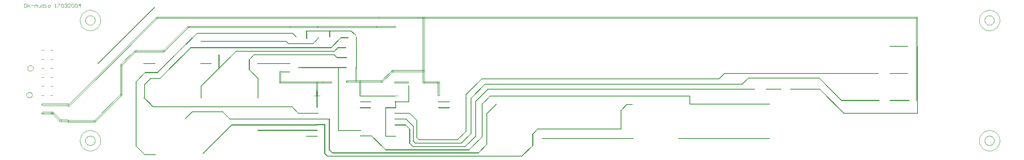
<source format=gtl>
*%FSLAX23Y23*%
*%MOIN*%
G01*
D18*
X8429Y7570D02*
X8622D01*
X8623Y7570D01*
X8623Y7570D01*
X8624Y7569D01*
X8624Y7569D01*
Y7568D01*
X8624Y7568D01*
X8623Y7567D01*
X8623Y7567D01*
X8622Y7567D01*
X8429D01*
X8428Y7567D01*
X8428Y7567D01*
X8427Y7568D01*
X8427Y7568D01*
Y7569D01*
X8427Y7569D01*
X8428Y7570D01*
X8428Y7570D01*
X8429Y7570D01*
Y7568D02*
X8622D01*
X8429Y8118D02*
X8087D01*
X8086Y8118D01*
X8085Y8117D01*
X8085Y8117D01*
X8085Y8116D01*
Y8115D01*
X8085Y8115D01*
X8085Y8114D01*
X8086Y8114D01*
X8087Y8114D01*
X8429D01*
X8430Y8114D01*
X8430Y8114D01*
X8431Y8115D01*
X8431Y8115D01*
Y8116D01*
X8431Y8117D01*
X8430Y8117D01*
X8430Y8118D01*
X8429Y8118D01*
Y8116D02*
X8087D01*
X8427D02*
Y7568D01*
X8427Y7568D01*
X8428Y7567D01*
X8428Y7567D01*
X8429Y7567D01*
X8429D01*
X8430Y7567D01*
X8431Y7567D01*
X8431Y7568D01*
X8431Y7568D01*
Y8116D01*
X8431Y8116D01*
X8431Y8117D01*
X8430Y8117D01*
X8429Y8118D01*
X8429D01*
X8428Y8117D01*
X8428Y8117D01*
X8427Y8116D01*
X8427Y8116D01*
X8429D02*
Y7568D01*
D19*
X9534Y7881D02*
X9672Y8019D01*
X9672Y8019D01*
X9673Y8020D01*
X9674Y8019D01*
X9675Y8019D01*
X9675Y8019D01*
X9675Y8018D01*
X9675Y8017D01*
X9675Y8016D01*
X9675Y8016D01*
X9537Y7878D01*
X9536Y7877D01*
X9536Y7877D01*
X9535Y7877D01*
X9534Y7878D01*
X9534Y7878D01*
X9533Y7879D01*
X9533Y7880D01*
X9533Y7880D01*
X9534Y7881D01*
X9535Y7879D02*
X9673Y8017D01*
X9699Y7972D02*
X9577Y7850D01*
X9577Y7849D01*
X9577Y7848D01*
X9577Y7847D01*
X9577Y7847D01*
X9577Y7846D01*
X9578Y7846D01*
X9579Y7846D01*
X9580Y7846D01*
X9580Y7846D01*
X9702Y7968D01*
X9703Y7969D01*
X9703Y7970D01*
X9703Y7971D01*
X9703Y7971D01*
X9702Y7972D01*
X9701Y7972D01*
X9701Y7972D01*
X9700Y7972D01*
X9699Y7972D01*
X9701Y7970D02*
X9579Y7848D01*
X9617Y7822D02*
X9723Y7928D01*
X9723Y7929D01*
X9724Y7929D01*
X9725Y7929D01*
X9726Y7929D01*
X9726Y7928D01*
X9727Y7927D01*
X9727Y7927D01*
X9726Y7926D01*
X9726Y7925D01*
X9620Y7819D01*
X9619Y7818D01*
X9618Y7818D01*
X9618Y7818D01*
X9617Y7819D01*
X9616Y7819D01*
X9616Y7820D01*
X9616Y7821D01*
X9616Y7821D01*
X9617Y7822D01*
X9618Y7820D02*
X9724Y7927D01*
X9676Y7515D02*
X9561Y7401D01*
X9561Y7400D01*
X9561Y7399D01*
X9561Y7399D01*
X9561Y7398D01*
X9562Y7397D01*
X9562Y7397D01*
X9563Y7397D01*
X9564Y7397D01*
X9565Y7398D01*
X9679Y7512D01*
X9679Y7512D01*
X9679Y7513D01*
X9679Y7514D01*
X9679Y7515D01*
X9678Y7515D01*
X9678Y7516D01*
X9677Y7516D01*
X9676Y7515D01*
X9676Y7515D01*
X9677Y7513D02*
X9563Y7399D01*
X7542Y8259D02*
X7380Y8098D01*
X7380Y8097D01*
X7380Y8096D01*
X7380Y8095D01*
X7380Y8095D01*
X7381Y8094D01*
X7381Y8094D01*
X7382Y8094D01*
X7383Y8094D01*
X7383Y8094D01*
X7545Y8256D01*
X7545Y8257D01*
X7546Y8257D01*
X7545Y8258D01*
X7545Y8259D01*
X7545Y8259D01*
X7544Y8260D01*
X7543Y8260D01*
X7542Y8259D01*
X7542Y8259D01*
X7543Y8257D02*
X7382Y8096D01*
X7392Y8109D02*
X7239Y7956D01*
X7238Y7955D01*
X7238Y7954D01*
X7238Y7954D01*
X7238Y7953D01*
X7239Y7952D01*
X7240Y7952D01*
X7240Y7952D01*
X7241Y7952D01*
X7242Y7953D01*
X7395Y8106D01*
X7396Y8107D01*
X7396Y8108D01*
X7396Y8108D01*
X7396Y8109D01*
X7395Y8110D01*
X7394Y8110D01*
X7394Y8110D01*
X7393Y8110D01*
X7392Y8109D01*
X7394Y8108D02*
X7240Y7954D01*
X7148Y8291D02*
X6880Y8023D01*
X6880Y8022D01*
X6880Y8021D01*
X6880Y8021D01*
X6880Y8020D01*
X6881Y8019D01*
X6881Y8019D01*
X6882Y8019D01*
X6883Y8019D01*
X6883Y8020D01*
X7151Y8287D01*
X7152Y8288D01*
X7152Y8289D01*
X7152Y8290D01*
X7151Y8290D01*
X7151Y8291D01*
X7150Y8291D01*
X7149Y8291D01*
X7149Y8291D01*
X7148Y8291D01*
X7150Y8289D02*
X6882Y8021D01*
X7065Y8279D02*
X7203Y8417D01*
X7204Y8417D01*
X7205Y8417D01*
X7205Y8417D01*
X7206Y8417D01*
X7207Y8416D01*
X7207Y8416D01*
X7207Y8415D01*
X7207Y8414D01*
X7206Y8413D01*
X7069Y8276D01*
X7068Y8275D01*
X7067Y8275D01*
X7066Y8275D01*
X7066Y8275D01*
X7065Y8276D01*
X7065Y8277D01*
X7065Y8277D01*
X7065Y8278D01*
X7065Y8279D01*
X7067Y8277D02*
X7205Y8415D01*
X7065Y8279D02*
X6861Y8074D01*
X6860Y8073D01*
X6860Y8073D01*
X6860Y8072D01*
X6860Y8071D01*
X6861Y8071D01*
X6862Y8070D01*
X6862Y8070D01*
X6863Y8070D01*
X6864Y8071D01*
X7069Y8276D01*
X7069Y8276D01*
X7069Y8277D01*
X7069Y8278D01*
X7069Y8278D01*
X7068Y8279D01*
X7068Y8279D01*
X7067Y8279D01*
X7066Y8279D01*
X7065Y8279D01*
X7067Y8277D02*
X6862Y8072D01*
X6345Y8153D02*
X6833Y8641D01*
X6834Y8641D01*
X6834Y8642D01*
X6835Y8642D01*
X6836Y8641D01*
X6837Y8641D01*
X6837Y8640D01*
X6837Y8639D01*
X6837Y8638D01*
X6836Y8638D01*
X6348Y8150D01*
X6347Y8149D01*
X6347Y8149D01*
X6346Y8149D01*
X6345Y8149D01*
X6345Y8150D01*
X6344Y8151D01*
X6344Y8151D01*
X6344Y8152D01*
X6345Y8153D01*
X6346Y8151D02*
X6835Y8639D01*
X7502Y7617D02*
X7254Y7369D01*
X7254Y7369D01*
X7254Y7368D01*
X7254Y7367D01*
X7254Y7366D01*
X7255Y7366D01*
X7255Y7366D01*
X7256Y7365D01*
X7257Y7366D01*
X7258Y7366D01*
X7506Y7614D01*
X7506Y7615D01*
X7506Y7616D01*
X7506Y7616D01*
X7506Y7617D01*
X7505Y7618D01*
X7505Y7618D01*
X7504Y7618D01*
X7503Y7618D01*
X7502Y7617D01*
X7504Y7616D02*
X7256Y7368D01*
X12604Y7928D02*
X12813Y7720D01*
X12813Y7719D01*
X12813Y7718D01*
X12813Y7717D01*
X12813Y7717D01*
X12812Y7716D01*
X12812Y7716D01*
X12811Y7716D01*
X12810Y7716D01*
X12809Y7716D01*
X12601Y7925D01*
X12600Y7926D01*
X12600Y7927D01*
X12600Y7927D01*
X12601Y7928D01*
X12601Y7929D01*
X12602Y7929D01*
X12603Y7929D01*
X12603Y7929D01*
X12604Y7928D01*
X12602Y7927D02*
X12811Y7718D01*
X12793Y7830D02*
X12596Y8027D01*
X12595Y8027D01*
X12595Y8027D01*
X12594Y8027D01*
X12593Y8027D01*
X12593Y8026D01*
X12592Y8026D01*
X12592Y8025D01*
X12592Y8024D01*
X12593Y8024D01*
X12790Y7827D01*
X12790Y7826D01*
X12791Y7826D01*
X12792Y7826D01*
X12793Y7826D01*
X12793Y7827D01*
X12794Y7828D01*
X12794Y7829D01*
X12793Y7829D01*
X12793Y7830D01*
X12791Y7828D02*
X12595Y8025D01*
X8840Y7401D02*
X8718Y7523D01*
X8718Y7523D01*
X8717Y7523D01*
X8716Y7523D01*
X8715Y7523D01*
X8715Y7523D01*
X8714Y7522D01*
X8714Y7521D01*
X8715Y7520D01*
X8715Y7520D01*
X8837Y7398D01*
X8838Y7397D01*
X8838Y7397D01*
X8839Y7397D01*
X8840Y7397D01*
X8840Y7398D01*
X8841Y7399D01*
X8841Y7399D01*
X8841Y7400D01*
X8840Y7401D01*
X8839Y7399D02*
X8717Y7521D01*
X9402Y7460D02*
X9496D01*
X9497Y7460D01*
X9498Y7460D01*
X9498Y7459D01*
X9498Y7459D01*
Y7458D01*
X9498Y7457D01*
X9498Y7457D01*
X9497Y7456D01*
X9496Y7456D01*
X9402D01*
X9401Y7456D01*
X9400Y7457D01*
X9400Y7457D01*
X9399Y7458D01*
Y7459D01*
X9400Y7459D01*
X9400Y7460D01*
X9401Y7460D01*
X9402Y7460D01*
Y7458D02*
X9496D01*
X9528Y7429D02*
X9417D01*
X9417Y7429D01*
X9416Y7428D01*
X9415Y7428D01*
X9415Y7427D01*
Y7426D01*
X9415Y7426D01*
X9416Y7425D01*
X9417Y7425D01*
X9417Y7425D01*
X9528D01*
X9528Y7425D01*
X9529Y7425D01*
X9530Y7426D01*
X9530Y7426D01*
Y7427D01*
X9530Y7428D01*
X9529Y7428D01*
X9528Y7429D01*
X9528Y7429D01*
Y7427D02*
X9417D01*
X9409Y7460D02*
X9095D01*
X9094Y7460D01*
X9093Y7460D01*
X9093Y7459D01*
X9092Y7459D01*
Y7458D01*
X9093Y7457D01*
X9093Y7457D01*
X9094Y7456D01*
X9095Y7456D01*
X9409D01*
X9410Y7456D01*
X9411Y7457D01*
X9411Y7457D01*
X9412Y7458D01*
Y7459D01*
X9411Y7459D01*
X9411Y7460D01*
X9410Y7460D01*
X9409Y7460D01*
Y7458D02*
X9095D01*
X9075Y7429D02*
X9429D01*
X9430Y7429D01*
X9431Y7428D01*
X9431Y7428D01*
X9431Y7427D01*
Y7426D01*
X9431Y7426D01*
X9431Y7425D01*
X9430Y7425D01*
X9429Y7425D01*
X9075D01*
X9074Y7425D01*
X9073Y7425D01*
X9073Y7426D01*
X9073Y7426D01*
Y7427D01*
X9073Y7428D01*
X9073Y7428D01*
X9074Y7429D01*
X9075Y7429D01*
Y7427D02*
X9429D01*
X9563Y7401D02*
X8839D01*
X8838Y7401D01*
X8837Y7401D01*
X8837Y7400D01*
X8836Y7400D01*
Y7399D01*
X8837Y7398D01*
X8837Y7397D01*
X8838Y7397D01*
X8839Y7397D01*
X9563D01*
X9564Y7397D01*
X9564Y7397D01*
X9565Y7398D01*
X9565Y7399D01*
Y7400D01*
X9565Y7400D01*
X9564Y7401D01*
X9564Y7401D01*
X9563Y7401D01*
Y7399D02*
X8839D01*
X8378Y7374D02*
X9642D01*
X9643Y7374D01*
X9643Y7373D01*
X9644Y7373D01*
X9644Y7372D01*
Y7371D01*
X9644Y7371D01*
X9643Y7370D01*
X9643Y7370D01*
X9642Y7369D01*
X8378D01*
X8377Y7370D01*
X8377Y7370D01*
X8376Y7371D01*
X8376Y7371D01*
Y7372D01*
X8376Y7373D01*
X8377Y7373D01*
X8377Y7374D01*
X8378Y7374D01*
Y7372D02*
X9642D01*
X10020Y7346D02*
X8335D01*
X8334Y7346D01*
X8333Y7346D01*
X8333Y7345D01*
X8332Y7344D01*
Y7344D01*
X8333Y7343D01*
X8333Y7342D01*
X8334Y7342D01*
X8335Y7342D01*
X10020D01*
X10020Y7342D01*
X10021Y7342D01*
X10022Y7343D01*
X10022Y7344D01*
Y7344D01*
X10022Y7345D01*
X10021Y7346D01*
X10020Y7346D01*
X10020Y7346D01*
Y7344D02*
X8335D01*
X6843Y7358D02*
X6752D01*
X6751Y7358D01*
X6751Y7358D01*
X6750Y7357D01*
X6750Y7356D01*
Y7355D01*
X6750Y7355D01*
X6751Y7354D01*
X6751Y7354D01*
X6752Y7354D01*
X6843D01*
X6843Y7354D01*
X6844Y7354D01*
X6844Y7355D01*
X6845Y7355D01*
Y7356D01*
X6844Y7357D01*
X6844Y7358D01*
X6843Y7358D01*
X6843Y7358D01*
Y7356D02*
X6752D01*
X9374Y7488D02*
X9461D01*
X9461Y7488D01*
X9462Y7488D01*
X9463Y7487D01*
X9463Y7486D01*
Y7485D01*
X9463Y7485D01*
X9462Y7484D01*
X9461Y7484D01*
X9461Y7484D01*
X9374D01*
X9373Y7484D01*
X9373Y7484D01*
X9372Y7485D01*
X9372Y7485D01*
Y7486D01*
X9372Y7487D01*
X9373Y7488D01*
X9373Y7488D01*
X9374Y7488D01*
Y7486D02*
X9461D01*
X9386Y7488D02*
X9130D01*
X9129Y7488D01*
X9129Y7488D01*
X9128Y7487D01*
X9128Y7486D01*
Y7485D01*
X9128Y7485D01*
X9129Y7484D01*
X9129Y7484D01*
X9130Y7484D01*
X9386D01*
X9387Y7484D01*
X9387Y7484D01*
X9388Y7485D01*
X9388Y7485D01*
Y7486D01*
X9388Y7487D01*
X9387Y7488D01*
X9387Y7488D01*
X9386Y7488D01*
Y7486D02*
X9130D01*
X9012Y7618D02*
X8921D01*
X8921Y7618D01*
X8920Y7617D01*
X8919Y7617D01*
X8919Y7616D01*
Y7615D01*
X8919Y7615D01*
X8920Y7614D01*
X8921Y7614D01*
X8921Y7613D01*
X9012D01*
X9013Y7614D01*
X9013Y7614D01*
X9014Y7615D01*
X9014Y7615D01*
Y7616D01*
X9014Y7617D01*
X9013Y7617D01*
X9013Y7618D01*
X9012Y7618D01*
Y7616D02*
X8921D01*
X8925Y7618D02*
X9012D01*
X9013Y7618D01*
X9013Y7617D01*
X9014Y7617D01*
X9014Y7616D01*
Y7615D01*
X9014Y7615D01*
X9013Y7614D01*
X9013Y7614D01*
X9012Y7613D01*
X8925D01*
X8924Y7614D01*
X8924Y7614D01*
X8923Y7615D01*
X8923Y7615D01*
Y7616D01*
X8923Y7617D01*
X8924Y7617D01*
X8924Y7618D01*
X8925Y7618D01*
Y7616D02*
X9012D01*
X8717Y7523D02*
X8622D01*
X8621Y7523D01*
X8621Y7523D01*
X8620Y7522D01*
X8620Y7522D01*
Y7521D01*
X8620Y7520D01*
X8621Y7520D01*
X8621Y7519D01*
X8622Y7519D01*
X8717D01*
X8717Y7519D01*
X8718Y7520D01*
X8718Y7520D01*
X8719Y7521D01*
Y7522D01*
X8718Y7522D01*
X8718Y7523D01*
X8717Y7523D01*
X8717Y7523D01*
Y7521D02*
X8622D01*
X10158Y7583D02*
X10878D01*
X10879Y7582D01*
X10879Y7582D01*
X10880Y7581D01*
X10880Y7581D01*
Y7580D01*
X10880Y7579D01*
X10879Y7579D01*
X10879Y7578D01*
X10878Y7578D01*
X10158D01*
X10157Y7578D01*
X10156Y7579D01*
X10156Y7579D01*
X10155Y7580D01*
Y7581D01*
X10156Y7581D01*
X10156Y7582D01*
X10157Y7582D01*
X10158Y7583D01*
Y7580D02*
X10878D01*
X8311Y7622D02*
X8244D01*
X8243Y7622D01*
X8243Y7621D01*
X8242Y7621D01*
X8242Y7620D01*
Y7619D01*
X8242Y7619D01*
X8243Y7618D01*
X8243Y7618D01*
X8244Y7617D01*
X8311D01*
X8312Y7618D01*
X8312Y7618D01*
X8313Y7619D01*
X8313Y7619D01*
Y7620D01*
X8313Y7621D01*
X8312Y7621D01*
X8312Y7622D01*
X8311Y7622D01*
Y7620D02*
X8244D01*
Y7520D02*
X8154D01*
X8153Y7519D01*
X8152Y7519D01*
X8152Y7518D01*
X8151Y7518D01*
Y7517D01*
X8152Y7516D01*
X8152Y7516D01*
X8153Y7515D01*
X8154Y7515D01*
X8244D01*
X8245Y7515D01*
X8246Y7516D01*
X8246Y7516D01*
X8246Y7517D01*
Y7518D01*
X8246Y7518D01*
X8246Y7519D01*
X8245Y7519D01*
X8244Y7520D01*
Y7517D02*
X8154D01*
X11378Y7500D02*
X12165D01*
X12166Y7500D01*
X12167Y7499D01*
X12167Y7499D01*
X12168Y7498D01*
Y7497D01*
X12167Y7496D01*
X12167Y7496D01*
X12166Y7496D01*
X12165Y7495D01*
X11378D01*
X11377Y7496D01*
X11377Y7496D01*
X11376Y7496D01*
X11376Y7497D01*
Y7498D01*
X11376Y7499D01*
X11377Y7499D01*
X11377Y7500D01*
X11378Y7500D01*
Y7498D02*
X12165D01*
X10980Y7500D02*
X10197D01*
X10196Y7500D01*
X10195Y7499D01*
X10195Y7499D01*
X10195Y7498D01*
Y7497D01*
X10195Y7496D01*
X10195Y7496D01*
X10196Y7496D01*
X10197Y7495D01*
X10980D01*
X10981Y7496D01*
X10982Y7496D01*
X10982Y7496D01*
X10983Y7497D01*
Y7498D01*
X10982Y7499D01*
X10982Y7499D01*
X10981Y7500D01*
X10980Y7500D01*
Y7498D02*
X10197D01*
X8925Y7520D02*
X8839D01*
X8838Y7519D01*
X8837Y7519D01*
X8837Y7518D01*
X8836Y7518D01*
Y7517D01*
X8837Y7516D01*
X8837Y7516D01*
X8838Y7515D01*
X8839Y7515D01*
X8925D01*
X8926Y7515D01*
X8927Y7516D01*
X8927Y7516D01*
X8927Y7517D01*
Y7518D01*
X8927Y7518D01*
X8927Y7519D01*
X8926Y7519D01*
X8925Y7520D01*
Y7517D02*
X8839D01*
X7870Y7571D02*
X7732D01*
X7732Y7571D01*
X7731Y7570D01*
X7730Y7570D01*
X7730Y7569D01*
Y7568D01*
X7730Y7567D01*
X7731Y7567D01*
X7732Y7566D01*
X7732Y7566D01*
X7870D01*
X7871Y7566D01*
X7872Y7567D01*
X7872Y7567D01*
X7872Y7568D01*
Y7569D01*
X7872Y7570D01*
X7872Y7570D01*
X7871Y7571D01*
X7870Y7571D01*
Y7568D02*
X7732D01*
X7815Y7571D02*
X8244D01*
X8245Y7571D01*
X8246Y7570D01*
X8246Y7570D01*
X8246Y7569D01*
Y7568D01*
X8246Y7567D01*
X8246Y7567D01*
X8245Y7566D01*
X8244Y7566D01*
X7815D01*
X7814Y7566D01*
X7814Y7567D01*
X7813Y7567D01*
X7813Y7568D01*
Y7569D01*
X7813Y7570D01*
X7814Y7570D01*
X7814Y7571D01*
X7815Y7571D01*
Y7568D02*
X8244D01*
X8618Y7523D02*
X8697D01*
X8698Y7523D01*
X8698Y7523D01*
X8699Y7522D01*
X8699Y7522D01*
Y7521D01*
X8699Y7520D01*
X8698Y7520D01*
X8698Y7519D01*
X8697Y7519D01*
X8618D01*
X8617Y7519D01*
X8617Y7520D01*
X8616Y7520D01*
X8616Y7521D01*
Y7522D01*
X8616Y7522D01*
X8617Y7523D01*
X8617Y7523D01*
X8618Y7523D01*
Y7521D02*
X8697D01*
X8244Y7618D02*
X7504D01*
X7503Y7618D01*
X7503Y7617D01*
X7502Y7617D01*
X7502Y7616D01*
Y7615D01*
X7502Y7615D01*
X7503Y7614D01*
X7503Y7614D01*
X7504Y7613D01*
X8244D01*
X8245Y7614D01*
X8246Y7614D01*
X8246Y7615D01*
X8246Y7615D01*
Y7616D01*
X8246Y7617D01*
X8246Y7617D01*
X8245Y7618D01*
X8244Y7618D01*
Y7616D02*
X7504D01*
X12811Y7720D02*
X13449D01*
X13450Y7720D01*
X13450Y7720D01*
X13451Y7719D01*
X13451Y7718D01*
Y7718D01*
X13451Y7717D01*
X13450Y7716D01*
X13450Y7716D01*
X13449Y7716D01*
X12811D01*
X12810Y7716D01*
X12810Y7716D01*
X12809Y7717D01*
X12809Y7718D01*
Y7718D01*
X12809Y7719D01*
X12810Y7720D01*
X12810Y7720D01*
X12811Y7720D01*
Y7718D02*
X13449D01*
X13114Y7831D02*
X12791D01*
X12791Y7830D01*
X12790Y7830D01*
X12789Y7829D01*
X12789Y7829D01*
Y7828D01*
X12789Y7827D01*
X12790Y7827D01*
X12791Y7826D01*
X12791Y7826D01*
X13114D01*
X13115Y7826D01*
X13116Y7827D01*
X13116Y7827D01*
X13116Y7828D01*
Y7829D01*
X13116Y7829D01*
X13116Y7830D01*
X13115Y7830D01*
X13114Y7831D01*
Y7828D02*
X12791D01*
X9047Y7720D02*
X8988D01*
X8987Y7720D01*
X8987Y7720D01*
X8986Y7719D01*
X8986Y7718D01*
Y7718D01*
X8986Y7717D01*
X8987Y7716D01*
X8987Y7716D01*
X8988Y7716D01*
X9047D01*
X9048Y7716D01*
X9049Y7716D01*
X9049Y7717D01*
X9049Y7718D01*
Y7718D01*
X9049Y7719D01*
X9049Y7720D01*
X9048Y7720D01*
X9047Y7720D01*
Y7718D02*
X8988D01*
X9008Y7669D02*
X9016D01*
X9017Y7669D01*
X9017Y7669D01*
X9018Y7668D01*
X9018Y7667D01*
Y7667D01*
X9018Y7666D01*
X9017Y7665D01*
X9017Y7665D01*
X9016Y7665D01*
X9008D01*
X9007Y7665D01*
X9006Y7665D01*
X9006Y7666D01*
X9006Y7667D01*
Y7667D01*
X9006Y7668D01*
X9006Y7669D01*
X9007Y7669D01*
X9008Y7669D01*
Y7667D02*
X9016D01*
X13213Y7831D02*
X13374D01*
X13375Y7830D01*
X13375Y7830D01*
X13376Y7829D01*
X13376Y7829D01*
Y7828D01*
X13376Y7827D01*
X13375Y7827D01*
X13375Y7826D01*
X13374Y7826D01*
X13213D01*
X13212Y7826D01*
X13211Y7827D01*
X13211Y7827D01*
X13210Y7828D01*
Y7829D01*
X13211Y7829D01*
X13211Y7830D01*
X13212Y7830D01*
X13213Y7831D01*
Y7828D02*
X13374D01*
X9004Y7720D02*
X8921D01*
X8921Y7720D01*
X8920Y7720D01*
X8919Y7719D01*
X8919Y7718D01*
Y7718D01*
X8919Y7717D01*
X8920Y7716D01*
X8921Y7716D01*
X8921Y7716D01*
X9004D01*
X9005Y7716D01*
X9005Y7716D01*
X9006Y7717D01*
X9006Y7718D01*
Y7718D01*
X9006Y7719D01*
X9005Y7720D01*
X9005Y7720D01*
X9004Y7720D01*
Y7718D02*
X8921D01*
Y7669D02*
X9012D01*
X9013Y7669D01*
X9013Y7669D01*
X9014Y7668D01*
X9014Y7667D01*
Y7667D01*
X9014Y7666D01*
X9013Y7665D01*
X9013Y7665D01*
X9012Y7665D01*
X8921D01*
X8921Y7665D01*
X8920Y7665D01*
X8919Y7666D01*
X8919Y7667D01*
Y7667D01*
X8919Y7668D01*
X8920Y7669D01*
X8921Y7669D01*
X8921Y7669D01*
Y7667D02*
X9012D01*
X11476Y7799D02*
X12165D01*
X12166Y7799D01*
X12167Y7799D01*
X12167Y7798D01*
X12168Y7797D01*
Y7796D01*
X12167Y7796D01*
X12167Y7795D01*
X12166Y7795D01*
X12165Y7795D01*
X11476D01*
X11476Y7795D01*
X11475Y7795D01*
X11474Y7796D01*
X11474Y7796D01*
Y7797D01*
X11474Y7798D01*
X11475Y7799D01*
X11476Y7799D01*
X11476Y7799D01*
Y7797D02*
X12165D01*
X10976Y7795D02*
X10929D01*
X10928Y7795D01*
X10928Y7795D01*
X10927Y7794D01*
X10927Y7793D01*
Y7792D01*
X10927Y7792D01*
X10928Y7791D01*
X10928Y7791D01*
X10929Y7791D01*
X10976D01*
X10977Y7791D01*
X10978Y7791D01*
X10978Y7792D01*
X10979Y7792D01*
Y7793D01*
X10978Y7794D01*
X10978Y7795D01*
X10977Y7795D01*
X10976Y7795D01*
Y7793D02*
X10929D01*
X8350Y7669D02*
X8244D01*
X8243Y7669D01*
X8243Y7669D01*
X8242Y7668D01*
X8242Y7667D01*
Y7667D01*
X8242Y7666D01*
X8243Y7665D01*
X8243Y7665D01*
X8244Y7665D01*
X8350D01*
X8351Y7665D01*
X8352Y7665D01*
X8352Y7666D01*
X8353Y7667D01*
Y7667D01*
X8352Y7668D01*
X8352Y7669D01*
X8351Y7669D01*
X8350Y7669D01*
Y7667D02*
X8244D01*
X8921Y7819D02*
X9039D01*
X9040Y7819D01*
X9041Y7818D01*
X9041Y7818D01*
X9042Y7817D01*
Y7816D01*
X9041Y7815D01*
X9041Y7815D01*
X9040Y7814D01*
X9039Y7814D01*
X8921D01*
X8921Y7814D01*
X8920Y7815D01*
X8919Y7815D01*
X8919Y7816D01*
Y7817D01*
X8919Y7818D01*
X8920Y7818D01*
X8921Y7819D01*
X8921Y7819D01*
Y7817D02*
X9039D01*
X8925Y7768D02*
X8839D01*
X8838Y7767D01*
X8837Y7767D01*
X8837Y7766D01*
X8836Y7766D01*
Y7765D01*
X8837Y7764D01*
X8837Y7764D01*
X8838Y7763D01*
X8839Y7763D01*
X8925D01*
X8926Y7763D01*
X8927Y7764D01*
X8927Y7764D01*
X8927Y7765D01*
Y7766D01*
X8927Y7766D01*
X8927Y7767D01*
X8926Y7767D01*
X8925Y7768D01*
Y7765D02*
X8839D01*
X9299Y7768D02*
X9390D01*
X9391Y7767D01*
X9391Y7767D01*
X9392Y7766D01*
X9392Y7766D01*
Y7765D01*
X9392Y7764D01*
X9391Y7764D01*
X9391Y7763D01*
X9390Y7763D01*
X9299D01*
X9298Y7763D01*
X9298Y7764D01*
X9297Y7764D01*
X9297Y7765D01*
Y7766D01*
X9297Y7766D01*
X9298Y7767D01*
X9298Y7767D01*
X9299Y7768D01*
Y7765D02*
X9390D01*
X8709Y7768D02*
X8618D01*
X8617Y7767D01*
X8617Y7767D01*
X8616Y7766D01*
X8616Y7766D01*
Y7765D01*
X8616Y7764D01*
X8617Y7764D01*
X8617Y7763D01*
X8618Y7763D01*
X8709D01*
X8709Y7763D01*
X8710Y7764D01*
X8711Y7764D01*
X8711Y7765D01*
Y7766D01*
X8711Y7766D01*
X8710Y7767D01*
X8709Y7767D01*
X8709Y7768D01*
Y7765D02*
X8618D01*
X9295Y7819D02*
X9390D01*
X9391Y7819D01*
X9391Y7818D01*
X9392Y7818D01*
X9392Y7817D01*
Y7816D01*
X9392Y7815D01*
X9391Y7815D01*
X9391Y7814D01*
X9390Y7814D01*
X9295D01*
X9295Y7814D01*
X9294Y7815D01*
X9293Y7815D01*
X9293Y7816D01*
Y7817D01*
X9293Y7818D01*
X9294Y7818D01*
X9295Y7819D01*
X9295Y7819D01*
Y7817D02*
X9390D01*
X8709Y7819D02*
X8654D01*
X8653Y7819D01*
X8652Y7818D01*
X8652Y7818D01*
X8651Y7817D01*
Y7816D01*
X8652Y7815D01*
X8652Y7815D01*
X8653Y7814D01*
X8654Y7814D01*
X8709D01*
X8709Y7814D01*
X8710Y7815D01*
X8711Y7815D01*
X8711Y7816D01*
Y7817D01*
X8711Y7818D01*
X8710Y7818D01*
X8709Y7819D01*
X8709Y7819D01*
Y7817D02*
X8654D01*
X8622Y7819D02*
X8689D01*
X8690Y7819D01*
X8690Y7818D01*
X8691Y7818D01*
X8691Y7817D01*
Y7816D01*
X8691Y7815D01*
X8690Y7815D01*
X8690Y7814D01*
X8689Y7814D01*
X8622D01*
X8621Y7814D01*
X8621Y7815D01*
X8620Y7815D01*
X8620Y7816D01*
Y7817D01*
X8620Y7818D01*
X8621Y7818D01*
X8621Y7819D01*
X8622Y7819D01*
Y7817D02*
X8689D01*
X7870Y7775D02*
X6823D01*
X6822Y7775D01*
X6821Y7775D01*
X6821Y7774D01*
X6821Y7774D01*
Y7773D01*
X6821Y7772D01*
X6821Y7771D01*
X6822Y7771D01*
X6823Y7771D01*
X7870D01*
X7871Y7771D01*
X7872Y7771D01*
X7872Y7772D01*
X7872Y7773D01*
Y7774D01*
X7872Y7774D01*
X7872Y7775D01*
X7871Y7775D01*
X7870Y7775D01*
Y7773D02*
X6823D01*
X7161Y7732D02*
X7425D01*
X7426Y7732D01*
X7427Y7732D01*
X7427Y7731D01*
X7427Y7730D01*
Y7730D01*
X7427Y7729D01*
X7427Y7728D01*
X7426Y7728D01*
X7425Y7728D01*
X7161D01*
X7161Y7728D01*
X7160Y7728D01*
X7160Y7729D01*
X7159Y7730D01*
Y7730D01*
X7160Y7731D01*
X7160Y7732D01*
X7161Y7732D01*
X7161Y7732D01*
Y7730D02*
X7425D01*
X7488Y7669D02*
X8244D01*
X8245Y7669D01*
X8246Y7669D01*
X8246Y7668D01*
X8246Y7667D01*
Y7667D01*
X8246Y7666D01*
X8246Y7665D01*
X8245Y7665D01*
X8244Y7665D01*
X7488D01*
X7487Y7665D01*
X7487Y7665D01*
X7486Y7666D01*
X7486Y7667D01*
Y7667D01*
X7486Y7668D01*
X7487Y7669D01*
X7487Y7669D01*
X7488Y7669D01*
Y7667D02*
X8244D01*
X8252Y7720D02*
X8083D01*
X8082Y7720D01*
X8081Y7720D01*
X8081Y7719D01*
X8080Y7718D01*
Y7718D01*
X8081Y7717D01*
X8081Y7716D01*
X8082Y7716D01*
X8083Y7716D01*
X8252D01*
X8253Y7716D01*
X8253Y7716D01*
X8254Y7717D01*
X8254Y7718D01*
Y7718D01*
X8254Y7719D01*
X8253Y7720D01*
X8253Y7720D01*
X8252Y7720D01*
Y7718D02*
X8083D01*
X8028Y7775D02*
X7854D01*
X7854Y7775D01*
X7853Y7775D01*
X7852Y7774D01*
X7852Y7774D01*
Y7773D01*
X7852Y7772D01*
X7853Y7771D01*
X7854Y7771D01*
X7854Y7771D01*
X8028D01*
X8028Y7771D01*
X8029Y7771D01*
X8030Y7772D01*
X8030Y7773D01*
Y7774D01*
X8030Y7774D01*
X8029Y7775D01*
X8028Y7775D01*
X8028Y7775D01*
Y7773D02*
X7854D01*
X12350Y7929D02*
X12602D01*
X12603Y7929D01*
X12604Y7928D01*
X12604Y7928D01*
X12605Y7927D01*
Y7926D01*
X12604Y7926D01*
X12604Y7925D01*
X12603Y7925D01*
X12602Y7925D01*
X12350D01*
X12350Y7925D01*
X12349Y7925D01*
X12348Y7926D01*
X12348Y7926D01*
Y7927D01*
X12348Y7928D01*
X12349Y7928D01*
X12350Y7929D01*
X12350Y7929D01*
Y7927D02*
X12602D01*
X11728Y8020D02*
X11665D01*
X11665Y8019D01*
X11664Y8019D01*
X11663Y8018D01*
X11663Y8018D01*
Y8017D01*
X11663Y8016D01*
X11664Y8016D01*
X11665Y8015D01*
X11665Y8015D01*
X11728D01*
X11729Y8015D01*
X11730Y8016D01*
X11730Y8016D01*
X11731Y8017D01*
Y8018D01*
X11730Y8018D01*
X11730Y8019D01*
X11729Y8019D01*
X11728Y8020D01*
Y8017D02*
X11665D01*
X11984Y8027D02*
X12595D01*
X12595Y8027D01*
X12596Y8027D01*
X12596Y8026D01*
X12597Y8026D01*
Y8025D01*
X12596Y8024D01*
X12596Y8023D01*
X12595Y8023D01*
X12595Y8023D01*
X11984D01*
X11984Y8023D01*
X11983Y8023D01*
X11982Y8024D01*
X11982Y8025D01*
Y8026D01*
X11982Y8026D01*
X11983Y8027D01*
X11984Y8027D01*
X11984Y8027D01*
Y8025D02*
X12595D01*
X11929Y7972D02*
X9870D01*
X9869Y7972D01*
X9869Y7972D01*
X9868Y7971D01*
X9868Y7970D01*
Y7970D01*
X9868Y7969D01*
X9869Y7968D01*
X9869Y7968D01*
X9870Y7968D01*
X11929D01*
X11930Y7968D01*
X11931Y7968D01*
X11931Y7969D01*
X11931Y7970D01*
Y7970D01*
X11931Y7971D01*
X11931Y7972D01*
X11930Y7972D01*
X11929Y7972D01*
Y7970D02*
X9870D01*
X9673Y8020D02*
X11713D01*
X11713Y8019D01*
X11714Y8019D01*
X11715Y8018D01*
X11715Y8018D01*
Y8017D01*
X11715Y8016D01*
X11714Y8016D01*
X11713Y8015D01*
X11713Y8015D01*
X9673D01*
X9672Y8015D01*
X9672Y8016D01*
X9671Y8016D01*
X9671Y8017D01*
Y8018D01*
X9671Y8018D01*
X9672Y8019D01*
X9672Y8019D01*
X9673Y8020D01*
Y8017D02*
X11713D01*
X9882Y7972D02*
X9701D01*
X9700Y7972D01*
X9699Y7972D01*
X9699Y7971D01*
X9699Y7970D01*
Y7970D01*
X9699Y7969D01*
X9699Y7968D01*
X9700Y7968D01*
X9701Y7968D01*
X9882D01*
X9883Y7968D01*
X9883Y7968D01*
X9884Y7969D01*
X9884Y7970D01*
Y7970D01*
X9884Y7971D01*
X9883Y7972D01*
X9883Y7972D01*
X9882Y7972D01*
Y7970D02*
X9701D01*
X12138Y7929D02*
X12264D01*
X12265Y7929D01*
X12265Y7928D01*
X12266Y7928D01*
X12266Y7927D01*
Y7926D01*
X12266Y7926D01*
X12265Y7925D01*
X12265Y7925D01*
X12264Y7925D01*
X12138D01*
X12137Y7925D01*
X12136Y7925D01*
X12136Y7926D01*
X12136Y7926D01*
Y7927D01*
X12136Y7928D01*
X12136Y7928D01*
X12137Y7929D01*
X12138Y7929D01*
Y7927D02*
X12264D01*
X9776Y7929D02*
X9724D01*
X9724Y7929D01*
X9723Y7928D01*
X9722Y7928D01*
X9722Y7927D01*
Y7926D01*
X9722Y7926D01*
X9723Y7925D01*
X9724Y7925D01*
X9724Y7925D01*
X9776D01*
X9776Y7925D01*
X9777Y7925D01*
X9778Y7926D01*
X9778Y7926D01*
Y7927D01*
X9778Y7928D01*
X9777Y7928D01*
X9776Y7929D01*
X9776Y7929D01*
Y7927D02*
X9724D01*
X9776Y7929D02*
X12035D01*
X12036Y7929D01*
X12037Y7928D01*
X12037Y7928D01*
X12038Y7927D01*
Y7926D01*
X12037Y7926D01*
X12037Y7925D01*
X12036Y7925D01*
X12035Y7925D01*
X9776D01*
X9775Y7925D01*
X9774Y7925D01*
X9774Y7926D01*
X9773Y7926D01*
Y7927D01*
X9774Y7928D01*
X9774Y7928D01*
X9775Y7929D01*
X9776Y7929D01*
Y7927D02*
X12035D01*
X11476Y7870D02*
X9744D01*
X9743Y7870D01*
X9743Y7869D01*
X9742Y7869D01*
X9742Y7868D01*
Y7867D01*
X9742Y7867D01*
X9743Y7866D01*
X9743Y7866D01*
X9744Y7865D01*
X11476D01*
X11477Y7866D01*
X11478Y7866D01*
X11478Y7867D01*
X11479Y7867D01*
Y7868D01*
X11478Y7869D01*
X11478Y7869D01*
X11477Y7870D01*
X11476Y7870D01*
Y7868D02*
X9744D01*
X6882Y8023D02*
X6803D01*
X6802Y8023D01*
X6802Y8023D01*
X6801Y8022D01*
X6801Y8022D01*
Y8021D01*
X6801Y8020D01*
X6802Y8020D01*
X6802Y8019D01*
X6803Y8019D01*
X6882D01*
X6883Y8019D01*
X6883Y8020D01*
X6884Y8020D01*
X6884Y8021D01*
Y8022D01*
X6884Y8022D01*
X6883Y8023D01*
X6883Y8023D01*
X6882Y8023D01*
Y8021D02*
X6803D01*
X8622Y7870D02*
X8917D01*
X8918Y7870D01*
X8919Y7869D01*
X8919Y7869D01*
X8920Y7868D01*
Y7867D01*
X8919Y7867D01*
X8919Y7866D01*
X8918Y7866D01*
X8917Y7865D01*
X8622D01*
X8621Y7866D01*
X8621Y7866D01*
X8620Y7867D01*
X8620Y7867D01*
Y7868D01*
X8620Y7869D01*
X8621Y7869D01*
X8621Y7870D01*
X8622Y7870D01*
Y7868D02*
X8917D01*
X11776Y8067D02*
X11866D01*
X11867Y8067D01*
X11868Y8066D01*
X11868Y8066D01*
X11868Y8065D01*
Y8064D01*
X11868Y8063D01*
X11868Y8063D01*
X11867Y8062D01*
X11866Y8062D01*
X11776D01*
X11775Y8062D01*
X11774Y8063D01*
X11774Y8063D01*
X11773Y8064D01*
Y8065D01*
X11774Y8066D01*
X11774Y8066D01*
X11775Y8067D01*
X11776Y8067D01*
Y8065D02*
X11866D01*
Y8067D02*
X13110D01*
X13111Y8067D01*
X13112Y8066D01*
X13112Y8066D01*
X13112Y8065D01*
Y8064D01*
X13112Y8063D01*
X13112Y8063D01*
X13111Y8062D01*
X13110Y8062D01*
X11866D01*
X11865Y8062D01*
X11865Y8063D01*
X11864Y8063D01*
X11864Y8064D01*
Y8065D01*
X11864Y8066D01*
X11865Y8066D01*
X11865Y8067D01*
X11866Y8067D01*
Y8065D02*
X13110D01*
X13213Y8067D02*
X13362D01*
X13363Y8067D01*
X13364Y8066D01*
X13364Y8066D01*
X13364Y8065D01*
Y8064D01*
X13364Y8063D01*
X13364Y8063D01*
X13363Y8062D01*
X13362Y8062D01*
X13213D01*
X13212Y8062D01*
X13211Y8063D01*
X13211Y8063D01*
X13210Y8064D01*
Y8065D01*
X13211Y8066D01*
X13211Y8066D01*
X13212Y8067D01*
X13213Y8067D01*
Y8065D02*
X13362D01*
X8500Y8205D02*
X8417D01*
X8417Y8204D01*
X8416Y8204D01*
X8415Y8203D01*
X8415Y8203D01*
Y8202D01*
X8415Y8201D01*
X8416Y8201D01*
X8417Y8200D01*
X8417Y8200D01*
X8500D01*
X8501Y8200D01*
X8501Y8201D01*
X8502Y8201D01*
X8502Y8202D01*
Y8203D01*
X8502Y8203D01*
X8501Y8204D01*
X8501Y8204D01*
X8500Y8205D01*
Y8202D02*
X8417D01*
X8394Y8228D02*
X7701D01*
X7700Y8228D01*
X7699Y8228D01*
X7699Y8227D01*
X7699Y8226D01*
Y8226D01*
X7699Y8225D01*
X7699Y8224D01*
X7700Y8224D01*
X7701Y8224D01*
X8394D01*
X8394Y8224D01*
X8395Y8224D01*
X8396Y8225D01*
X8396Y8226D01*
Y8226D01*
X8396Y8227D01*
X8395Y8228D01*
X8394Y8228D01*
X8394Y8228D01*
Y8226D02*
X7701D01*
X6862Y8075D02*
X6756D01*
X6755Y8075D01*
X6754Y8074D01*
X6754Y8074D01*
X6754Y8073D01*
Y8072D01*
X6754Y8071D01*
X6754Y8071D01*
X6755Y8070D01*
X6756Y8070D01*
X6862D01*
X6863Y8070D01*
X6864Y8071D01*
X6864Y8071D01*
X6864Y8072D01*
Y8073D01*
X6864Y8074D01*
X6864Y8074D01*
X6863Y8075D01*
X6862Y8075D01*
Y8072D02*
X6756D01*
X8106Y8118D02*
X8488D01*
X8489Y8118D01*
X8490Y8117D01*
X8490Y8117D01*
X8490Y8116D01*
Y8115D01*
X8490Y8115D01*
X8490Y8114D01*
X8489Y8114D01*
X8488Y8113D01*
X8106D01*
X8106Y8114D01*
X8105Y8114D01*
X8104Y8115D01*
X8104Y8115D01*
Y8116D01*
X8104Y8117D01*
X8105Y8117D01*
X8106Y8118D01*
X8106Y8118D01*
Y8116D02*
X8488D01*
X8496Y8118D02*
X8390D01*
X8389Y8118D01*
X8388Y8117D01*
X8388Y8117D01*
X8388Y8116D01*
Y8115D01*
X8388Y8115D01*
X8388Y8114D01*
X8389Y8114D01*
X8390Y8113D01*
X8496D01*
X8497Y8114D01*
X8498Y8114D01*
X8498Y8115D01*
X8498Y8115D01*
Y8116D01*
X8498Y8117D01*
X8498Y8117D01*
X8497Y8118D01*
X8496Y8118D01*
Y8116D02*
X8390D01*
X8008Y8079D02*
X7933D01*
X7932Y8078D01*
X7932Y8078D01*
X7931Y8077D01*
X7931Y8077D01*
Y8076D01*
X7931Y8075D01*
X7932Y8075D01*
X7932Y8074D01*
X7933Y8074D01*
X8008D01*
X8009Y8074D01*
X8009Y8075D01*
X8010Y8075D01*
X8010Y8076D01*
Y8077D01*
X8010Y8077D01*
X8009Y8078D01*
X8009Y8078D01*
X8008Y8079D01*
Y8076D02*
X7933D01*
Y8153D02*
X8008D01*
X8009Y8153D01*
X8009Y8153D01*
X8010Y8152D01*
X8010Y8152D01*
Y8151D01*
X8010Y8150D01*
X8009Y8149D01*
X8009Y8149D01*
X8008Y8149D01*
X7933D01*
X7932Y8149D01*
X7932Y8149D01*
X7931Y8150D01*
X7931Y8151D01*
Y8152D01*
X7931Y8152D01*
X7932Y8153D01*
X7932Y8153D01*
X7933Y8153D01*
Y8151D02*
X8008D01*
X7941Y8153D02*
X7728D01*
X7728Y8153D01*
X7727Y8153D01*
X7726Y8152D01*
X7726Y8152D01*
Y8151D01*
X7726Y8150D01*
X7727Y8149D01*
X7728Y8149D01*
X7728Y8149D01*
X7941D01*
X7942Y8149D01*
X7942Y8149D01*
X7943Y8150D01*
X7943Y8151D01*
Y8152D01*
X7943Y8152D01*
X7942Y8153D01*
X7942Y8153D01*
X7941Y8153D01*
Y8151D02*
X7728D01*
X7327Y8153D02*
X7236D01*
X7235Y8153D01*
X7235Y8153D01*
X7234Y8152D01*
X7234Y8152D01*
Y8151D01*
X7234Y8150D01*
X7235Y8149D01*
X7235Y8149D01*
X7236Y8149D01*
X7327D01*
X7328Y8149D01*
X7328Y8149D01*
X7329Y8150D01*
X7329Y8151D01*
Y8152D01*
X7329Y8152D01*
X7328Y8153D01*
X7328Y8153D01*
X7327Y8153D01*
Y8151D02*
X7236D01*
X6839Y8153D02*
X6744D01*
X6743Y8153D01*
X6743Y8153D01*
X6742Y8152D01*
X6742Y8152D01*
Y8151D01*
X6742Y8150D01*
X6743Y8149D01*
X6743Y8149D01*
X6744Y8149D01*
X6839D01*
X6839Y8149D01*
X6840Y8149D01*
X6841Y8150D01*
X6841Y8151D01*
Y8152D01*
X6841Y8152D01*
X6840Y8153D01*
X6839Y8153D01*
X6839Y8153D01*
Y8151D02*
X6744D01*
X13213Y8303D02*
X13362D01*
X13363Y8303D01*
X13364Y8302D01*
X13364Y8302D01*
X13364Y8301D01*
Y8300D01*
X13364Y8300D01*
X13364Y8299D01*
X13363Y8299D01*
X13362Y8299D01*
X13213D01*
X13212Y8299D01*
X13211Y8299D01*
X13211Y8300D01*
X13210Y8300D01*
Y8301D01*
X13211Y8302D01*
X13211Y8302D01*
X13212Y8303D01*
X13213Y8303D01*
Y8301D02*
X13362D01*
X8354Y8437D02*
X8154D01*
X8153Y8437D01*
X8152Y8436D01*
X8152Y8436D01*
X8151Y8435D01*
Y8434D01*
X8152Y8433D01*
X8152Y8433D01*
X8153Y8433D01*
X8154Y8432D01*
X8354D01*
X8355Y8433D01*
X8356Y8433D01*
X8356Y8433D01*
X8357Y8434D01*
Y8435D01*
X8356Y8436D01*
X8356Y8436D01*
X8355Y8437D01*
X8354Y8437D01*
Y8435D02*
X8154D01*
X8354Y8437D02*
X8539D01*
X8540Y8437D01*
X8541Y8436D01*
X8541Y8436D01*
X8542Y8435D01*
Y8434D01*
X8541Y8433D01*
X8541Y8433D01*
X8540Y8433D01*
X8539Y8432D01*
X8354D01*
X8354Y8433D01*
X8353Y8433D01*
X8352Y8433D01*
X8352Y8434D01*
Y8435D01*
X8352Y8436D01*
X8353Y8436D01*
X8354Y8437D01*
X8354Y8437D01*
Y8435D02*
X8539D01*
X8492Y8291D02*
X8425D01*
X8424Y8291D01*
X8424Y8291D01*
X8423Y8290D01*
X8423Y8289D01*
Y8289D01*
X8423Y8288D01*
X8424Y8287D01*
X8424Y8287D01*
X8425Y8287D01*
X8492D01*
X8493Y8287D01*
X8494Y8287D01*
X8494Y8288D01*
X8494Y8289D01*
Y8289D01*
X8494Y8290D01*
X8494Y8291D01*
X8493Y8291D01*
X8492Y8291D01*
Y8289D02*
X8425D01*
X8394Y8260D02*
X7543D01*
X7543Y8260D01*
X7542Y8259D01*
X7541Y8259D01*
X7541Y8258D01*
Y8257D01*
X7541Y8256D01*
X7542Y8256D01*
X7543Y8255D01*
X7543Y8255D01*
X8394D01*
X8394Y8255D01*
X8395Y8256D01*
X8396Y8256D01*
X8396Y8257D01*
Y8258D01*
X8396Y8259D01*
X8395Y8259D01*
X8394Y8260D01*
X8394Y8260D01*
Y8257D02*
X7543D01*
X8453Y8378D02*
X8512D01*
X8513Y8378D01*
X8513Y8377D01*
X8514Y8377D01*
X8514Y8376D01*
Y8375D01*
X8514Y8374D01*
X8513Y8374D01*
X8513Y8373D01*
X8512Y8373D01*
X8453D01*
X8452Y8373D01*
X8451Y8374D01*
X8451Y8374D01*
X8451Y8375D01*
Y8376D01*
X8451Y8377D01*
X8451Y8377D01*
X8452Y8378D01*
X8453Y8378D01*
Y8376D02*
X8512D01*
X8366Y8291D02*
X8327D01*
X8326Y8291D01*
X8325Y8291D01*
X8325Y8290D01*
X8325Y8289D01*
Y8289D01*
X8325Y8288D01*
X8325Y8287D01*
X8326Y8287D01*
X8327Y8287D01*
X8366D01*
X8367Y8287D01*
X8368Y8287D01*
X8368Y8288D01*
X8368Y8289D01*
Y8289D01*
X8368Y8290D01*
X8368Y8291D01*
X8367Y8291D01*
X8366Y8291D01*
Y8289D02*
X8327D01*
Y8291D02*
X7303D01*
X7302Y8291D01*
X7302Y8291D01*
X7301Y8290D01*
X7301Y8289D01*
Y8289D01*
X7301Y8288D01*
X7302Y8287D01*
X7302Y8287D01*
X7303Y8287D01*
X8327D01*
X8328Y8287D01*
X8328Y8287D01*
X8329Y8288D01*
X8329Y8289D01*
Y8289D01*
X8329Y8290D01*
X8328Y8291D01*
X8328Y8291D01*
X8327Y8291D01*
Y8289D02*
X7303D01*
X7996Y8327D02*
X8209D01*
X8209Y8326D01*
X8210Y8326D01*
X8211Y8325D01*
X8211Y8325D01*
Y8324D01*
X8211Y8323D01*
X8210Y8323D01*
X8209Y8322D01*
X8209Y8322D01*
X7996D01*
X7995Y8322D01*
X7995Y8323D01*
X7994Y8323D01*
X7994Y8324D01*
Y8325D01*
X7994Y8325D01*
X7995Y8326D01*
X7995Y8326D01*
X7996Y8327D01*
Y8324D02*
X8209D01*
X7976Y8346D02*
X7327D01*
X7326Y8346D01*
X7325Y8346D01*
X7325Y8345D01*
X7325Y8344D01*
Y8344D01*
X7325Y8343D01*
X7325Y8342D01*
X7326Y8342D01*
X7327Y8342D01*
X7976D01*
X7977Y8342D01*
X7978Y8342D01*
X7978Y8343D01*
X7979Y8344D01*
Y8344D01*
X7978Y8345D01*
X7978Y8346D01*
X7977Y8346D01*
X7976Y8346D01*
Y8344D02*
X7327D01*
X7370Y8417D02*
X8032D01*
X8032Y8417D01*
X8033Y8417D01*
X8033Y8416D01*
X8034Y8415D01*
Y8415D01*
X8033Y8414D01*
X8033Y8413D01*
X8032Y8413D01*
X8032Y8413D01*
X7370D01*
X7369Y8413D01*
X7369Y8413D01*
X7368Y8414D01*
X7368Y8415D01*
Y8415D01*
X7368Y8416D01*
X7369Y8417D01*
X7369Y8417D01*
X7370Y8417D01*
Y8415D02*
X8032D01*
X7339Y8346D02*
X7240D01*
X7239Y8346D01*
X7239Y8346D01*
X7238Y8345D01*
X7238Y8344D01*
Y8344D01*
X7238Y8343D01*
X7239Y8342D01*
X7239Y8342D01*
X7240Y8342D01*
X7339D01*
X7339Y8342D01*
X7340Y8342D01*
X7341Y8343D01*
X7341Y8344D01*
Y8344D01*
X7341Y8345D01*
X7340Y8346D01*
X7339Y8346D01*
X7339Y8346D01*
Y8344D02*
X7240D01*
X7315Y8291D02*
X7150D01*
X7149Y8291D01*
X7148Y8291D01*
X7148Y8290D01*
X7147Y8289D01*
Y8289D01*
X7148Y8288D01*
X7148Y8287D01*
X7149Y8287D01*
X7150Y8287D01*
X7315D01*
X7316Y8287D01*
X7316Y8287D01*
X7317Y8288D01*
X7317Y8289D01*
Y8289D01*
X7317Y8290D01*
X7316Y8291D01*
X7316Y8291D01*
X7315Y8291D01*
Y8289D02*
X7150D01*
X7205Y8417D02*
X7378D01*
X7379Y8417D01*
X7379Y8417D01*
X7380Y8416D01*
X7380Y8415D01*
Y8415D01*
X7380Y8414D01*
X7379Y8413D01*
X7379Y8413D01*
X7378Y8413D01*
X7205D01*
X7204Y8413D01*
X7203Y8413D01*
X7203Y8414D01*
X7203Y8415D01*
Y8415D01*
X7203Y8416D01*
X7203Y8417D01*
X7204Y8417D01*
X7205Y8417D01*
Y8415D02*
X7378D01*
X6746Y7966D02*
Y7856D01*
X6746Y7855D01*
X6746Y7854D01*
X6747Y7854D01*
X6748Y7854D01*
X6748D01*
X6749Y7854D01*
X6750Y7854D01*
X6750Y7855D01*
X6750Y7856D01*
Y7966D01*
X6750Y7967D01*
X6750Y7968D01*
X6749Y7968D01*
X6748Y7968D01*
X6748D01*
X6747Y7968D01*
X6746Y7968D01*
X6746Y7967D01*
X6746Y7966D01*
X6748D02*
Y7856D01*
X6675Y7879D02*
Y7994D01*
X6675Y7994D01*
X6675Y7995D01*
X6676Y7996D01*
X6677Y7996D01*
X6678D01*
X6678Y7996D01*
X6679Y7995D01*
X6679Y7994D01*
X6679Y7994D01*
Y7879D01*
X6679Y7879D01*
X6679Y7878D01*
X6678Y7878D01*
X6678Y7877D01*
X6677D01*
X6676Y7878D01*
X6675Y7878D01*
X6675Y7879D01*
X6675Y7879D01*
X6677D02*
Y7994D01*
X6675Y7458D02*
Y7431D01*
X6675Y7430D01*
X6675Y7429D01*
X6676Y7429D01*
X6677Y7428D01*
X6678D01*
X6678Y7429D01*
X6679Y7429D01*
X6679Y7430D01*
X6679Y7431D01*
Y7458D01*
X6679Y7459D01*
X6679Y7460D01*
X6678Y7460D01*
X6678Y7460D01*
X6677D01*
X6676Y7460D01*
X6675Y7460D01*
X6675Y7459D01*
X6675Y7458D01*
X6677D02*
Y7431D01*
X6675Y7458D02*
Y7883D01*
X6675Y7884D01*
X6675Y7885D01*
X6676Y7885D01*
X6677Y7886D01*
X6678D01*
X6678Y7885D01*
X6679Y7885D01*
X6679Y7884D01*
X6679Y7883D01*
Y7458D01*
X6679Y7457D01*
X6679Y7457D01*
X6678Y7456D01*
X6678Y7456D01*
X6677D01*
X6676Y7456D01*
X6675Y7457D01*
X6675Y7457D01*
X6675Y7458D01*
X6677D02*
Y7883D01*
X6746Y7968D02*
X6802Y8023D01*
X6802Y8023D01*
X6803Y8023D01*
X6804Y8023D01*
X6804Y8023D01*
X6805Y8023D01*
X6805Y8022D01*
X6805Y8021D01*
X6805Y8020D01*
X6805Y8020D01*
X6750Y7965D01*
X6749Y7964D01*
X6748Y7964D01*
X6747Y7964D01*
X6747Y7964D01*
X6746Y7965D01*
X6746Y7966D01*
X6746Y7966D01*
X6746Y7967D01*
X6746Y7968D01*
X6748Y7966D02*
X6803Y8021D01*
X6754Y8074D02*
X6676Y7995D01*
X6675Y7995D01*
X6675Y7994D01*
X6675Y7993D01*
X6675Y7992D01*
X6676Y7992D01*
X6677Y7992D01*
X6677Y7991D01*
X6678Y7992D01*
X6679Y7992D01*
X6758Y8071D01*
X6758Y8071D01*
X6758Y8072D01*
X6758Y8073D01*
X6758Y8074D01*
X6757Y8074D01*
X6757Y8075D01*
X6756Y8075D01*
X6755Y8074D01*
X6754Y8074D01*
X6756Y8072D02*
X6677Y7994D01*
X6679Y7432D02*
X6754Y7357D01*
X6754Y7357D01*
X6754Y7356D01*
X6754Y7355D01*
X6754Y7355D01*
X6753Y7354D01*
X6753Y7354D01*
X6752Y7354D01*
X6751Y7354D01*
X6750Y7354D01*
X6676Y7429D01*
X6675Y7430D01*
X6675Y7430D01*
X6675Y7431D01*
X6675Y7432D01*
X6676Y7433D01*
X6677Y7433D01*
X6677Y7433D01*
X6678Y7433D01*
X6679Y7432D01*
X6677Y7431D02*
X6752Y7356D01*
X6824Y7775D02*
X6746Y7854D01*
X6745Y7854D01*
X6744Y7854D01*
X6744Y7854D01*
X6743Y7854D01*
X6742Y7853D01*
X6742Y7853D01*
X6742Y7852D01*
X6742Y7851D01*
X6743Y7850D01*
X6821Y7772D01*
X6822Y7771D01*
X6823Y7771D01*
X6823Y7771D01*
X6824Y7771D01*
X6825Y7772D01*
X6825Y7773D01*
X6825Y7773D01*
X6825Y7774D01*
X6824Y7775D01*
X6823Y7773D02*
X6744Y7852D01*
X7105Y7676D02*
X7160Y7731D01*
X7160Y7732D01*
X7161Y7732D01*
X7162Y7732D01*
X7163Y7732D01*
X7163Y7731D01*
X7164Y7730D01*
X7164Y7730D01*
X7163Y7729D01*
X7163Y7728D01*
X7108Y7673D01*
X7107Y7673D01*
X7107Y7673D01*
X7106Y7673D01*
X7105Y7673D01*
X7104Y7673D01*
X7104Y7674D01*
X7104Y7675D01*
X7104Y7676D01*
X7105Y7676D01*
X7106Y7675D02*
X7161Y7730D01*
X7391Y8108D02*
Y8226D01*
X7392Y8227D01*
X7392Y8227D01*
X7393Y8228D01*
X7393Y8228D01*
X7394D01*
X7395Y8228D01*
X7395Y8227D01*
X7396Y8227D01*
X7396Y8226D01*
Y8108D01*
X7396Y8107D01*
X7395Y8106D01*
X7395Y8106D01*
X7394Y8106D01*
X7393D01*
X7393Y8106D01*
X7392Y8106D01*
X7392Y8107D01*
X7391Y8108D01*
X7394D02*
Y8226D01*
X7238Y7954D02*
Y7852D01*
X7238Y7851D01*
X7238Y7850D01*
X7239Y7850D01*
X7240Y7850D01*
X7241D01*
X7241Y7850D01*
X7242Y7850D01*
X7242Y7851D01*
X7242Y7852D01*
Y7954D01*
X7242Y7955D01*
X7242Y7956D01*
X7241Y7956D01*
X7241Y7957D01*
X7240D01*
X7239Y7956D01*
X7238Y7956D01*
X7238Y7955D01*
X7238Y7954D01*
X7240D02*
Y7852D01*
X7427Y7731D02*
X7490Y7668D01*
X7490Y7668D01*
X7490Y7667D01*
X7490Y7666D01*
X7490Y7666D01*
X7489Y7665D01*
X7489Y7665D01*
X7488Y7665D01*
X7487Y7665D01*
X7487Y7665D01*
X7424Y7728D01*
X7423Y7729D01*
X7423Y7730D01*
X7423Y7730D01*
X7423Y7731D01*
X7424Y7732D01*
X7425Y7732D01*
X7425Y7732D01*
X7426Y7732D01*
X7427Y7731D01*
X7425Y7730D02*
X7488Y7667D01*
X7655Y8096D02*
Y8183D01*
X7655Y8183D01*
X7656Y8184D01*
X7656Y8185D01*
X7657Y8185D01*
X7658D01*
X7659Y8185D01*
X7659Y8184D01*
X7660Y8183D01*
X7660Y8183D01*
Y8096D01*
X7660Y8095D01*
X7659Y8095D01*
X7659Y8094D01*
X7658Y8094D01*
X7657D01*
X7656Y8094D01*
X7656Y8095D01*
X7655Y8095D01*
X7655Y8096D01*
X7658D02*
Y8183D01*
X7730Y8021D02*
Y7852D01*
X7730Y7851D01*
X7731Y7850D01*
X7731Y7850D01*
X7732Y7850D01*
X7733D01*
X7733Y7850D01*
X7734Y7850D01*
X7734Y7851D01*
X7735Y7852D01*
Y8021D01*
X7734Y8022D01*
X7734Y8023D01*
X7733Y8023D01*
X7733Y8023D01*
X7732D01*
X7731Y8023D01*
X7731Y8023D01*
X7730Y8022D01*
X7730Y8021D01*
X7732D02*
Y7852D01*
X7656Y8184D02*
X7699Y8228D01*
X7700Y8228D01*
X7701Y8228D01*
X7701Y8228D01*
X7702Y8228D01*
X7703Y8227D01*
X7703Y8227D01*
X7703Y8226D01*
X7703Y8225D01*
X7702Y8224D01*
X7659Y8181D01*
X7658Y8181D01*
X7658Y8180D01*
X7657Y8180D01*
X7656Y8181D01*
X7656Y8181D01*
X7655Y8182D01*
X7655Y8183D01*
X7655Y8184D01*
X7656Y8184D01*
X7658Y8183D02*
X7701Y8226D01*
X7659Y8098D02*
X7734Y8023D01*
X7734Y8022D01*
X7735Y8021D01*
X7734Y8021D01*
X7734Y8020D01*
X7734Y8019D01*
X7733Y8019D01*
X7732Y8019D01*
X7731Y8019D01*
X7731Y8020D01*
X7656Y8094D01*
X7655Y8095D01*
X7655Y8096D01*
X7655Y8097D01*
X7656Y8097D01*
X7656Y8098D01*
X7657Y8098D01*
X7658Y8098D01*
X7658Y8098D01*
X7659Y8098D01*
X7658Y8096D02*
X7732Y8021D01*
X7998Y8326D02*
X7994Y8330D01*
X7993Y8330D01*
X7992Y8331D01*
X7992Y8330D01*
X7991Y8330D01*
X7990Y8330D01*
X7990Y8329D01*
X7990Y8328D01*
X7990Y8327D01*
X7991Y8327D01*
X7995Y8323D01*
X7995Y8322D01*
X7996Y8322D01*
X7997Y8322D01*
X7997Y8323D01*
X7998Y8323D01*
X7998Y8324D01*
X7998Y8325D01*
X7998Y8325D01*
X7998Y8326D01*
X7996Y8324D02*
X7992Y8328D01*
X7994Y8330D02*
X7978Y8346D01*
X7977Y8346D01*
X7977Y8346D01*
X7976Y8346D01*
X7975Y8346D01*
X7975Y8345D01*
X7974Y8345D01*
X7974Y8344D01*
X7974Y8343D01*
X7975Y8342D01*
X7991Y8327D01*
X7991Y8326D01*
X7992Y8326D01*
X7993Y8326D01*
X7993Y8326D01*
X7994Y8327D01*
X7994Y8328D01*
X7994Y8329D01*
X7994Y8329D01*
X7994Y8330D01*
X7992Y8328D02*
X7976Y8344D01*
X8151Y8368D02*
Y8435D01*
X8151Y8435D01*
X8152Y8436D01*
X8152Y8437D01*
X8153Y8437D01*
X8154D01*
X8155Y8437D01*
X8155Y8436D01*
X8156Y8435D01*
X8156Y8435D01*
Y8368D01*
X8156Y8367D01*
X8155Y8366D01*
X8155Y8366D01*
X8154Y8365D01*
X8153D01*
X8152Y8366D01*
X8152Y8366D01*
X8151Y8367D01*
X8151Y8368D01*
X8154D02*
Y8435D01*
X8065Y8385D02*
X8033Y8417D01*
X8032Y8417D01*
X8032Y8417D01*
X8031Y8417D01*
X8030Y8417D01*
X8030Y8416D01*
X8029Y8416D01*
X8029Y8415D01*
X8029Y8414D01*
X8030Y8413D01*
X8061Y8382D01*
X8062Y8381D01*
X8063Y8381D01*
X8064Y8381D01*
X8064Y8382D01*
X8065Y8382D01*
X8065Y8383D01*
X8065Y8384D01*
X8065Y8384D01*
X8065Y8385D01*
X8063Y8383D02*
X8032Y8415D01*
X8029Y7775D02*
X8084Y7720D01*
X8085Y7719D01*
X8085Y7718D01*
X8085Y7717D01*
X8085Y7717D01*
X8084Y7716D01*
X8083Y7716D01*
X8083Y7716D01*
X8082Y7716D01*
X8081Y7716D01*
X8026Y7772D01*
X8026Y7772D01*
X8025Y7773D01*
X8025Y7774D01*
X8026Y7774D01*
X8026Y7775D01*
X8027Y7775D01*
X8028Y7775D01*
X8029Y7775D01*
X8029Y7775D01*
X8028Y7773D02*
X8083Y7718D01*
X8348Y7525D02*
Y7399D01*
X8348Y7398D01*
X8349Y7398D01*
X8349Y7397D01*
X8350Y7397D01*
X8351D01*
X8352Y7397D01*
X8352Y7398D01*
X8353Y7398D01*
X8353Y7399D01*
Y7525D01*
X8353Y7526D01*
X8352Y7527D01*
X8352Y7527D01*
X8351Y7527D01*
X8350D01*
X8349Y7527D01*
X8349Y7527D01*
X8348Y7526D01*
X8348Y7525D01*
X8350D02*
Y7399D01*
X8309Y7368D02*
Y7462D01*
X8309Y7463D01*
X8309Y7464D01*
X8310Y7464D01*
X8311Y7464D01*
X8311D01*
X8312Y7464D01*
X8313Y7464D01*
X8313Y7463D01*
X8313Y7462D01*
Y7368D01*
X8313Y7367D01*
X8313Y7366D01*
X8312Y7366D01*
X8311Y7365D01*
X8311D01*
X8310Y7366D01*
X8309Y7366D01*
X8309Y7367D01*
X8309Y7368D01*
X8311D02*
Y7462D01*
X8309D02*
Y7439D01*
X8309Y7438D01*
X8309Y7437D01*
X8310Y7437D01*
X8311Y7436D01*
X8311D01*
X8312Y7437D01*
X8313Y7437D01*
X8313Y7438D01*
X8313Y7439D01*
Y7462D01*
X8313Y7463D01*
X8313Y7464D01*
X8312Y7464D01*
X8311Y7464D01*
X8311D01*
X8310Y7464D01*
X8309Y7464D01*
X8309Y7463D01*
X8309Y7462D01*
X8311D02*
Y7439D01*
X8348Y7454D02*
Y7470D01*
X8348Y7471D01*
X8349Y7471D01*
X8349Y7472D01*
X8350Y7472D01*
X8351D01*
X8352Y7472D01*
X8352Y7471D01*
X8353Y7471D01*
X8353Y7470D01*
Y7454D01*
X8353Y7454D01*
X8352Y7453D01*
X8352Y7452D01*
X8351Y7452D01*
X8350D01*
X8349Y7452D01*
X8349Y7453D01*
X8348Y7454D01*
X8348Y7454D01*
X8350D02*
Y7470D01*
X8348Y7462D02*
Y7667D01*
X8348Y7668D01*
X8349Y7668D01*
X8349Y7669D01*
X8350Y7669D01*
X8351D01*
X8352Y7669D01*
X8352Y7668D01*
X8353Y7668D01*
X8353Y7667D01*
Y7462D01*
X8353Y7461D01*
X8352Y7461D01*
X8352Y7460D01*
X8351Y7460D01*
X8350D01*
X8349Y7460D01*
X8349Y7461D01*
X8348Y7461D01*
X8348Y7462D01*
X8350D02*
Y7667D01*
X8309Y7620D02*
Y7458D01*
X8309Y7457D01*
X8309Y7457D01*
X8310Y7456D01*
X8311Y7456D01*
X8311D01*
X8312Y7456D01*
X8313Y7457D01*
X8313Y7457D01*
X8313Y7458D01*
Y7620D01*
X8313Y7620D01*
X8313Y7621D01*
X8312Y7622D01*
X8311Y7622D01*
X8311D01*
X8310Y7622D01*
X8309Y7621D01*
X8309Y7620D01*
X8309Y7620D01*
X8311D02*
Y7458D01*
X8352Y8383D02*
Y8435D01*
X8352Y8435D01*
X8353Y8436D01*
X8353Y8437D01*
X8354Y8437D01*
X8355D01*
X8355Y8437D01*
X8356Y8436D01*
X8356Y8435D01*
X8357Y8435D01*
Y8383D01*
X8356Y8383D01*
X8356Y8382D01*
X8355Y8381D01*
X8355Y8381D01*
X8354D01*
X8353Y8381D01*
X8353Y8382D01*
X8352Y8383D01*
X8352Y8383D01*
X8354D02*
Y8435D01*
X8242Y7907D02*
Y7769D01*
X8242Y7768D01*
X8242Y7768D01*
X8243Y7767D01*
X8244Y7767D01*
X8245D01*
X8245Y7767D01*
X8246Y7768D01*
X8246Y7768D01*
X8246Y7769D01*
Y7907D01*
X8246Y7908D01*
X8246Y7908D01*
X8245Y7909D01*
X8245Y7909D01*
X8244D01*
X8243Y7909D01*
X8242Y7908D01*
X8242Y7908D01*
X8242Y7907D01*
X8244D02*
Y7769D01*
X8365Y8291D02*
X8451Y8377D01*
X8452Y8378D01*
X8453Y8378D01*
X8453Y8378D01*
X8454Y8377D01*
X8455Y8377D01*
X8455Y8376D01*
X8455Y8375D01*
X8455Y8375D01*
X8454Y8374D01*
X8368Y8287D01*
X8367Y8287D01*
X8366Y8287D01*
X8366Y8287D01*
X8365Y8287D01*
X8364Y8288D01*
X8364Y8288D01*
X8364Y8289D01*
X8364Y8290D01*
X8365Y8291D01*
X8366Y8289D02*
X8453Y8376D01*
X8258Y8377D02*
X8207Y8326D01*
X8207Y8325D01*
X8206Y8325D01*
X8207Y8324D01*
X8207Y8323D01*
X8207Y8323D01*
X8208Y8322D01*
X8209Y8322D01*
X8210Y8322D01*
X8210Y8323D01*
X8261Y8374D01*
X8262Y8375D01*
X8262Y8375D01*
X8262Y8376D01*
X8262Y8377D01*
X8261Y8377D01*
X8260Y8378D01*
X8260Y8378D01*
X8259Y8378D01*
X8258Y8377D01*
X8260Y8376D02*
X8209Y8324D01*
X8352Y7401D02*
X8380Y7373D01*
X8380Y7373D01*
X8380Y7372D01*
X8380Y7371D01*
X8380Y7370D01*
X8379Y7370D01*
X8379Y7369D01*
X8378Y7369D01*
X8377Y7370D01*
X8376Y7370D01*
X8349Y7398D01*
X8348Y7398D01*
X8348Y7399D01*
X8348Y7400D01*
X8349Y7400D01*
X8349Y7401D01*
X8350Y7401D01*
X8351Y7401D01*
X8351Y7401D01*
X8352Y7401D01*
X8350Y7399D02*
X8378Y7372D01*
X8336Y7346D02*
X8313Y7369D01*
X8312Y7370D01*
X8311Y7370D01*
X8310Y7370D01*
X8310Y7370D01*
X8309Y7369D01*
X8309Y7368D01*
X8309Y7367D01*
X8309Y7367D01*
X8309Y7366D01*
X8333Y7342D01*
X8334Y7342D01*
X8334Y7342D01*
X8335Y7342D01*
X8336Y7342D01*
X8337Y7343D01*
X8337Y7343D01*
X8337Y7344D01*
X8337Y7345D01*
X8336Y7346D01*
X8335Y7344D02*
X8311Y7368D01*
X8584Y8112D02*
Y8379D01*
X8585Y8380D01*
X8585Y8381D01*
X8586Y8381D01*
X8586Y8382D01*
X8587D01*
X8588Y8381D01*
X8588Y8381D01*
X8589Y8380D01*
X8589Y8379D01*
Y8112D01*
X8589Y8111D01*
X8588Y8110D01*
X8588Y8110D01*
X8587Y8110D01*
X8586D01*
X8586Y8110D01*
X8585Y8110D01*
X8585Y8111D01*
X8584Y8112D01*
X8587D02*
Y8379D01*
X8580Y8116D02*
Y7994D01*
X8581Y7993D01*
X8581Y7992D01*
X8582Y7992D01*
X8582Y7991D01*
X8583D01*
X8584Y7992D01*
X8584Y7992D01*
X8585Y7993D01*
X8585Y7994D01*
Y8116D01*
X8585Y8116D01*
X8584Y8117D01*
X8584Y8118D01*
X8583Y8118D01*
X8582D01*
X8582Y8118D01*
X8581Y8117D01*
X8581Y8116D01*
X8580Y8116D01*
X8583D02*
Y7994D01*
X8392Y8259D02*
X8424Y8291D01*
X8424Y8291D01*
X8425Y8291D01*
X8426Y8291D01*
X8427Y8291D01*
X8427Y8290D01*
X8427Y8290D01*
X8427Y8289D01*
X8427Y8288D01*
X8427Y8287D01*
X8395Y8256D01*
X8395Y8255D01*
X8394Y8255D01*
X8393Y8255D01*
X8392Y8256D01*
X8392Y8256D01*
X8392Y8257D01*
X8391Y8258D01*
X8392Y8258D01*
X8392Y8259D01*
X8394Y8257D02*
X8425Y8289D01*
X8541Y8436D02*
X8576Y8401D01*
X8577Y8400D01*
X8577Y8399D01*
X8577Y8399D01*
X8577Y8398D01*
X8576Y8397D01*
X8575Y8397D01*
X8575Y8397D01*
X8574Y8397D01*
X8573Y8398D01*
X8538Y8433D01*
X8537Y8434D01*
X8537Y8434D01*
X8537Y8435D01*
X8538Y8436D01*
X8538Y8436D01*
X8539Y8437D01*
X8540Y8437D01*
X8540Y8437D01*
X8541Y8436D01*
X8539Y8435D02*
X8575Y8399D01*
X8395Y8228D02*
X8419Y8204D01*
X8419Y8203D01*
X8420Y8203D01*
X8420Y8202D01*
X8419Y8201D01*
X8419Y8200D01*
X8418Y8200D01*
X8417Y8200D01*
X8416Y8200D01*
X8416Y8201D01*
X8392Y8224D01*
X8392Y8225D01*
X8391Y8226D01*
X8392Y8227D01*
X8392Y8227D01*
X8392Y8228D01*
X8393Y8228D01*
X8394Y8228D01*
X8395Y8228D01*
X8395Y8228D01*
X8394Y8226D02*
X8417Y8202D01*
X8718Y7523D02*
X8777Y7464D01*
X8778Y7463D01*
X8778Y7462D01*
X8778Y7462D01*
X8777Y7461D01*
X8777Y7460D01*
X8776Y7460D01*
X8775Y7460D01*
X8775Y7460D01*
X8774Y7461D01*
X8715Y7520D01*
X8715Y7520D01*
X8714Y7521D01*
X8714Y7522D01*
X8715Y7523D01*
X8715Y7523D01*
X8716Y7523D01*
X8717Y7523D01*
X8718Y7523D01*
X8718Y7523D01*
X8717Y7521D02*
X8776Y7462D01*
X8836Y7517D02*
Y7765D01*
X8837Y7766D01*
X8837Y7767D01*
X8837Y7767D01*
X8838Y7768D01*
X8839D01*
X8840Y7767D01*
X8840Y7767D01*
X8841Y7766D01*
X8841Y7765D01*
Y7517D01*
X8841Y7517D01*
X8840Y7516D01*
X8840Y7515D01*
X8839Y7515D01*
X8838D01*
X8837Y7515D01*
X8837Y7516D01*
X8837Y7517D01*
X8836Y7517D01*
X8839D02*
Y7765D01*
X8923D02*
Y7820D01*
X8923Y7821D01*
X8924Y7822D01*
X8924Y7822D01*
X8925Y7823D01*
X8926D01*
X8926Y7822D01*
X8927Y7822D01*
X8927Y7821D01*
X8927Y7820D01*
Y7765D01*
X8927Y7765D01*
X8927Y7764D01*
X8926Y7763D01*
X8926Y7763D01*
X8925D01*
X8924Y7763D01*
X8924Y7764D01*
X8923Y7765D01*
X8923Y7765D01*
X8925D02*
Y7820D01*
X9108Y7655D02*
Y7505D01*
X9108Y7505D01*
X9109Y7504D01*
X9109Y7504D01*
X9110Y7503D01*
X9111D01*
X9111Y7504D01*
X9112Y7504D01*
X9112Y7505D01*
X9112Y7505D01*
Y7655D01*
X9112Y7656D01*
X9112Y7657D01*
X9111Y7657D01*
X9111Y7657D01*
X9110D01*
X9109Y7657D01*
X9109Y7657D01*
X9108Y7656D01*
X9108Y7655D01*
X9110D02*
Y7505D01*
X9077Y7474D02*
Y7604D01*
X9077Y7605D01*
X9077Y7605D01*
X9078Y7606D01*
X9078Y7606D01*
X9079D01*
X9080Y7606D01*
X9080Y7605D01*
X9081Y7605D01*
X9081Y7604D01*
Y7474D01*
X9081Y7473D01*
X9080Y7473D01*
X9080Y7472D01*
X9079Y7472D01*
X9078D01*
X9078Y7472D01*
X9077Y7473D01*
X9077Y7473D01*
X9077Y7474D01*
X9079D02*
Y7604D01*
X9045Y7580D02*
Y7454D01*
X9045Y7454D01*
X9046Y7453D01*
X9046Y7452D01*
X9047Y7452D01*
X9048D01*
X9048Y7452D01*
X9049Y7453D01*
X9049Y7454D01*
X9050Y7454D01*
Y7580D01*
X9049Y7581D01*
X9049Y7582D01*
X9048Y7582D01*
X9048Y7582D01*
X9047D01*
X9046Y7582D01*
X9046Y7582D01*
X9045Y7581D01*
X9045Y7580D01*
X9047D02*
Y7454D01*
X9037Y7817D02*
Y7958D01*
X9037Y7959D01*
X9038Y7960D01*
X9038Y7960D01*
X9039Y7960D01*
X9040D01*
X9041Y7960D01*
X9041Y7960D01*
X9041Y7959D01*
X9042Y7958D01*
Y7817D01*
X9041Y7816D01*
X9041Y7815D01*
X9041Y7815D01*
X9040Y7814D01*
X9039D01*
X9038Y7815D01*
X9038Y7815D01*
X9037Y7816D01*
X9037Y7817D01*
X9039D02*
Y7958D01*
X9049Y7720D02*
X9112Y7657D01*
X9112Y7656D01*
X9112Y7655D01*
X9112Y7655D01*
X9112Y7654D01*
X9112Y7653D01*
X9111Y7653D01*
X9110Y7653D01*
X9109Y7653D01*
X9109Y7654D01*
X9046Y7716D01*
X9045Y7717D01*
X9045Y7718D01*
X9045Y7719D01*
X9045Y7719D01*
X9046Y7720D01*
X9047Y7720D01*
X9047Y7720D01*
X9048Y7720D01*
X9049Y7720D01*
X9047Y7718D02*
X9110Y7655D01*
X9112Y7507D02*
X9132Y7487D01*
X9132Y7487D01*
X9132Y7486D01*
X9132Y7485D01*
X9132Y7485D01*
X9131Y7484D01*
X9131Y7484D01*
X9130Y7484D01*
X9129Y7484D01*
X9128Y7484D01*
X9109Y7504D01*
X9108Y7505D01*
X9108Y7505D01*
X9108Y7506D01*
X9108Y7507D01*
X9109Y7507D01*
X9110Y7508D01*
X9110Y7508D01*
X9111Y7508D01*
X9112Y7507D01*
X9110Y7505D02*
X9130Y7486D01*
X9096Y7460D02*
X9080Y7476D01*
X9080Y7476D01*
X9079Y7476D01*
X9078Y7476D01*
X9077Y7476D01*
X9077Y7475D01*
X9077Y7475D01*
X9077Y7474D01*
X9077Y7473D01*
X9077Y7472D01*
X9093Y7457D01*
X9094Y7456D01*
X9094Y7456D01*
X9095Y7456D01*
X9096Y7456D01*
X9096Y7457D01*
X9097Y7458D01*
X9097Y7458D01*
X9097Y7459D01*
X9096Y7460D01*
X9095Y7458D02*
X9079Y7474D01*
X9080Y7605D02*
X9017Y7668D01*
X9017Y7669D01*
X9016Y7669D01*
X9015Y7669D01*
X9014Y7669D01*
X9014Y7668D01*
X9014Y7667D01*
X9014Y7667D01*
X9014Y7666D01*
X9014Y7665D01*
X9077Y7602D01*
X9078Y7602D01*
X9079Y7602D01*
X9079Y7602D01*
X9080Y7602D01*
X9081Y7603D01*
X9081Y7603D01*
X9081Y7604D01*
X9081Y7605D01*
X9080Y7605D01*
X9079Y7604D02*
X9016Y7667D01*
X9049Y7456D02*
X9076Y7428D01*
X9077Y7428D01*
X9077Y7427D01*
X9077Y7426D01*
X9077Y7425D01*
X9076Y7425D01*
X9075Y7425D01*
X9075Y7425D01*
X9074Y7425D01*
X9073Y7425D01*
X9046Y7453D01*
X9045Y7453D01*
X9045Y7454D01*
X9045Y7455D01*
X9045Y7456D01*
X9046Y7456D01*
X9047Y7456D01*
X9047Y7457D01*
X9048Y7456D01*
X9049Y7456D01*
X9047Y7454D02*
X9075Y7427D01*
X9049Y7582D02*
X9013Y7617D01*
X9013Y7618D01*
X9012Y7618D01*
X9011Y7618D01*
X9011Y7618D01*
X9010Y7617D01*
X9010Y7616D01*
X9010Y7616D01*
X9010Y7615D01*
X9010Y7614D01*
X9046Y7579D01*
X9046Y7578D01*
X9047Y7578D01*
X9048Y7578D01*
X9049Y7578D01*
X9049Y7579D01*
X9049Y7580D01*
X9049Y7580D01*
X9049Y7581D01*
X9049Y7582D01*
X9047Y7580D02*
X9012Y7616D01*
X9533Y7561D02*
Y7879D01*
X9533Y7880D01*
X9534Y7881D01*
X9534Y7881D01*
X9535Y7882D01*
X9536D01*
X9537Y7881D01*
X9537Y7881D01*
X9538Y7880D01*
X9538Y7879D01*
Y7561D01*
X9538Y7560D01*
X9537Y7559D01*
X9537Y7559D01*
X9536Y7558D01*
X9535D01*
X9534Y7559D01*
X9534Y7559D01*
X9533Y7560D01*
X9533Y7561D01*
X9535D02*
Y7879D01*
X9534Y7562D02*
X9459Y7487D01*
X9459Y7487D01*
X9458Y7486D01*
X9458Y7485D01*
X9459Y7485D01*
X9459Y7484D01*
X9460Y7484D01*
X9461Y7484D01*
X9462Y7484D01*
X9462Y7484D01*
X9537Y7559D01*
X9537Y7560D01*
X9538Y7560D01*
X9538Y7561D01*
X9537Y7562D01*
X9537Y7562D01*
X9536Y7563D01*
X9535Y7563D01*
X9535Y7563D01*
X9534Y7562D01*
X9535Y7561D02*
X9461Y7486D01*
X9495Y7460D02*
X9577Y7542D01*
X9578Y7543D01*
X9579Y7543D01*
X9579Y7543D01*
X9580Y7543D01*
X9581Y7542D01*
X9581Y7541D01*
X9581Y7541D01*
X9581Y7540D01*
X9580Y7539D01*
X9498Y7457D01*
X9497Y7456D01*
X9496Y7456D01*
X9496Y7456D01*
X9495Y7456D01*
X9494Y7457D01*
X9494Y7458D01*
X9494Y7458D01*
X9494Y7459D01*
X9495Y7460D01*
X9496Y7458D02*
X9579Y7541D01*
X9617Y7519D02*
X9526Y7428D01*
X9526Y7428D01*
X9525Y7427D01*
X9525Y7426D01*
X9526Y7425D01*
X9526Y7425D01*
X9527Y7425D01*
X9528Y7425D01*
X9529Y7425D01*
X9529Y7425D01*
X9620Y7516D01*
X9620Y7516D01*
X9620Y7517D01*
X9620Y7518D01*
X9620Y7519D01*
X9619Y7519D01*
X9619Y7519D01*
X9618Y7520D01*
X9617Y7519D01*
X9617Y7519D01*
X9618Y7517D02*
X9528Y7427D01*
X9577Y7541D02*
Y7848D01*
X9577Y7849D01*
X9577Y7849D01*
X9578Y7850D01*
X9578Y7850D01*
X9579D01*
X9580Y7850D01*
X9580Y7849D01*
X9581Y7849D01*
X9581Y7848D01*
Y7541D01*
X9581Y7540D01*
X9580Y7539D01*
X9580Y7539D01*
X9579Y7539D01*
X9578D01*
X9578Y7539D01*
X9577Y7539D01*
X9577Y7540D01*
X9577Y7541D01*
X9579D02*
Y7848D01*
X9616Y7820D02*
Y7517D01*
X9616Y7517D01*
X9616Y7516D01*
X9617Y7515D01*
X9618Y7515D01*
X9619D01*
X9619Y7515D01*
X9620Y7516D01*
X9620Y7517D01*
X9620Y7517D01*
Y7820D01*
X9620Y7821D01*
X9620Y7822D01*
X9619Y7822D01*
X9619Y7823D01*
X9618D01*
X9617Y7822D01*
X9616Y7822D01*
X9616Y7821D01*
X9616Y7820D01*
X9618D02*
Y7517D01*
X9675Y7513D02*
Y7545D01*
X9675Y7546D01*
X9675Y7546D01*
X9676Y7547D01*
X9677Y7547D01*
X9678D01*
X9678Y7547D01*
X9679Y7546D01*
X9679Y7546D01*
X9679Y7545D01*
Y7513D01*
X9679Y7513D01*
X9679Y7512D01*
X9678Y7511D01*
X9678Y7511D01*
X9677D01*
X9676Y7511D01*
X9675Y7512D01*
X9675Y7513D01*
X9675Y7513D01*
X9677D02*
Y7545D01*
X9714Y7509D02*
Y7446D01*
X9714Y7446D01*
X9715Y7445D01*
X9715Y7444D01*
X9716Y7444D01*
X9717D01*
X9718Y7444D01*
X9718Y7445D01*
X9719Y7446D01*
X9719Y7446D01*
Y7509D01*
X9719Y7510D01*
X9718Y7511D01*
X9718Y7511D01*
X9717Y7512D01*
X9716D01*
X9715Y7511D01*
X9715Y7511D01*
X9714Y7510D01*
X9714Y7509D01*
X9717D02*
Y7446D01*
X9675Y7521D02*
Y7801D01*
X9675Y7802D01*
X9675Y7802D01*
X9676Y7803D01*
X9677Y7803D01*
X9678D01*
X9678Y7803D01*
X9679Y7802D01*
X9679Y7802D01*
X9679Y7801D01*
Y7521D01*
X9679Y7520D01*
X9679Y7520D01*
X9678Y7519D01*
X9678Y7519D01*
X9677D01*
X9676Y7519D01*
X9675Y7520D01*
X9675Y7520D01*
X9675Y7521D01*
X9677D02*
Y7801D01*
X9714Y7537D02*
Y7462D01*
X9714Y7461D01*
X9715Y7461D01*
X9715Y7460D01*
X9716Y7460D01*
X9717D01*
X9718Y7460D01*
X9718Y7461D01*
X9719Y7461D01*
X9719Y7462D01*
Y7537D01*
X9719Y7538D01*
X9718Y7538D01*
X9718Y7539D01*
X9717Y7539D01*
X9716D01*
X9715Y7539D01*
X9715Y7538D01*
X9714Y7538D01*
X9714Y7537D01*
X9717D02*
Y7462D01*
X9714Y7509D02*
Y7714D01*
X9714Y7715D01*
X9715Y7716D01*
X9715Y7716D01*
X9716Y7716D01*
X9717D01*
X9718Y7716D01*
X9718Y7716D01*
X9719Y7715D01*
X9719Y7714D01*
Y7509D01*
X9719Y7509D01*
X9718Y7508D01*
X9718Y7507D01*
X9717Y7507D01*
X9716D01*
X9715Y7507D01*
X9715Y7508D01*
X9714Y7509D01*
X9714Y7509D01*
X9717D02*
Y7714D01*
X9715Y7448D02*
X9640Y7373D01*
X9640Y7373D01*
X9640Y7372D01*
X9640Y7371D01*
X9640Y7370D01*
X9640Y7370D01*
X9641Y7369D01*
X9642Y7369D01*
X9643Y7370D01*
X9643Y7370D01*
X9718Y7445D01*
X9719Y7445D01*
X9719Y7446D01*
X9719Y7447D01*
X9718Y7448D01*
X9718Y7448D01*
X9717Y7449D01*
X9716Y7449D01*
X9716Y7448D01*
X9715Y7448D01*
X9717Y7446D02*
X9642Y7372D01*
X9676Y7802D02*
X9743Y7869D01*
X9743Y7870D01*
X9744Y7870D01*
X9745Y7870D01*
X9745Y7870D01*
X9746Y7869D01*
X9746Y7868D01*
X9746Y7867D01*
X9746Y7867D01*
X9746Y7866D01*
X9679Y7799D01*
X9678Y7799D01*
X9677Y7799D01*
X9677Y7799D01*
X9676Y7799D01*
X9675Y7799D01*
X9675Y7800D01*
X9675Y7801D01*
X9675Y7802D01*
X9676Y7802D01*
X9677Y7801D02*
X9744Y7868D01*
X9798Y7798D02*
X9715Y7716D01*
X9715Y7715D01*
X9714Y7714D01*
X9714Y7714D01*
X9715Y7713D01*
X9715Y7712D01*
X9716Y7712D01*
X9717Y7712D01*
X9718Y7712D01*
X9718Y7713D01*
X9801Y7795D01*
X9801Y7796D01*
X9801Y7797D01*
X9801Y7797D01*
X9801Y7798D01*
X9801Y7799D01*
X9800Y7799D01*
X9799Y7799D01*
X9798Y7799D01*
X9798Y7798D01*
X9799Y7797D02*
X9717Y7714D01*
X10112Y7509D02*
Y7439D01*
X10112Y7438D01*
X10112Y7437D01*
X10113Y7437D01*
X10114Y7436D01*
X10115D01*
X10115Y7437D01*
X10116Y7437D01*
X10116Y7438D01*
X10116Y7439D01*
Y7509D01*
X10116Y7510D01*
X10116Y7511D01*
X10115Y7511D01*
X10115Y7512D01*
X10114D01*
X10113Y7511D01*
X10112Y7511D01*
X10112Y7510D01*
X10112Y7509D01*
X10114D02*
Y7439D01*
X10112Y7454D02*
Y7537D01*
X10112Y7538D01*
X10112Y7538D01*
X10113Y7539D01*
X10114Y7539D01*
X10115D01*
X10115Y7539D01*
X10116Y7538D01*
X10116Y7538D01*
X10116Y7537D01*
Y7454D01*
X10116Y7454D01*
X10116Y7453D01*
X10115Y7452D01*
X10115Y7452D01*
X10114D01*
X10113Y7452D01*
X10112Y7453D01*
X10112Y7454D01*
X10112Y7454D01*
X10114D02*
Y7537D01*
X10113Y7440D02*
X10018Y7346D01*
X10018Y7345D01*
X10017Y7344D01*
X10018Y7343D01*
X10018Y7343D01*
X10018Y7342D01*
X10019Y7342D01*
X10020Y7342D01*
X10021Y7342D01*
X10021Y7342D01*
X10116Y7437D01*
X10116Y7438D01*
X10116Y7438D01*
X10116Y7439D01*
X10116Y7440D01*
X10115Y7440D01*
X10115Y7441D01*
X10114Y7441D01*
X10113Y7441D01*
X10113Y7440D01*
X10114Y7439D02*
X10020Y7344D01*
X10113Y7539D02*
X10156Y7582D01*
X10157Y7582D01*
X10157Y7583D01*
X10158Y7582D01*
X10159Y7582D01*
X10159Y7582D01*
X10160Y7581D01*
X10160Y7580D01*
X10160Y7579D01*
X10159Y7579D01*
X10116Y7535D01*
X10115Y7535D01*
X10114Y7535D01*
X10114Y7535D01*
X10113Y7535D01*
X10112Y7536D01*
X10112Y7536D01*
X10112Y7537D01*
X10112Y7538D01*
X10113Y7539D01*
X10114Y7537D02*
X10158Y7580D01*
X10876D02*
Y7742D01*
X10876Y7742D01*
X10876Y7743D01*
X10877Y7744D01*
X10878Y7744D01*
X10878D01*
X10879Y7744D01*
X10880Y7743D01*
X10880Y7742D01*
X10880Y7742D01*
Y7580D01*
X10880Y7580D01*
X10880Y7579D01*
X10879Y7578D01*
X10878Y7578D01*
X10878D01*
X10877Y7578D01*
X10876Y7579D01*
X10876Y7580D01*
X10876Y7580D01*
X10878D02*
Y7742D01*
X10876Y7743D02*
X10928Y7794D01*
X10928Y7795D01*
X10929Y7795D01*
X10930Y7795D01*
X10930Y7795D01*
X10931Y7794D01*
X10931Y7793D01*
X10931Y7793D01*
X10931Y7792D01*
X10931Y7791D01*
X10880Y7740D01*
X10879Y7740D01*
X10878Y7739D01*
X10877Y7740D01*
X10877Y7740D01*
X10876Y7740D01*
X10876Y7741D01*
X10876Y7742D01*
X10876Y7743D01*
X10876Y7743D01*
X10878Y7742D02*
X10929Y7793D01*
X11474Y7797D02*
Y7868D01*
X11474Y7868D01*
X11475Y7869D01*
X11475Y7870D01*
X11476Y7870D01*
X11477D01*
X11478Y7870D01*
X11478Y7869D01*
X11479Y7868D01*
X11479Y7868D01*
Y7797D01*
X11479Y7796D01*
X11478Y7795D01*
X11478Y7795D01*
X11477Y7795D01*
X11476D01*
X11475Y7795D01*
X11475Y7795D01*
X11474Y7796D01*
X11474Y7797D01*
X11476D02*
Y7868D01*
X11727Y8019D02*
X11774Y8066D01*
X11775Y8067D01*
X11775Y8067D01*
X11776Y8067D01*
X11777Y8066D01*
X11777Y8066D01*
X11778Y8065D01*
X11778Y8064D01*
X11778Y8064D01*
X11777Y8063D01*
X11730Y8016D01*
X11729Y8015D01*
X11729Y8015D01*
X11728Y8015D01*
X11727Y8015D01*
X11727Y8016D01*
X11726Y8017D01*
X11726Y8017D01*
X11726Y8018D01*
X11727Y8019D01*
X11728Y8017D02*
X11776Y8065D01*
X11928Y7972D02*
X11983Y8027D01*
X11983Y8027D01*
X11984Y8027D01*
X11985Y8027D01*
X11986Y8027D01*
X11986Y8026D01*
X11986Y8026D01*
X11987Y8025D01*
X11986Y8024D01*
X11986Y8024D01*
X11931Y7968D01*
X11930Y7968D01*
X11929Y7968D01*
X11929Y7968D01*
X11928Y7968D01*
X11927Y7969D01*
X11927Y7969D01*
X11927Y7970D01*
X11927Y7971D01*
X11928Y7972D01*
X11929Y7970D02*
X11984Y8025D01*
X13447Y8297D02*
Y7718D01*
X13447Y7717D01*
X13447Y7717D01*
X13448Y7716D01*
X13448Y7716D01*
X13449D01*
X13450Y7716D01*
X13451Y7717D01*
X13451Y7717D01*
X13451Y7718D01*
Y8297D01*
X13451Y8298D01*
X13451Y8298D01*
X13450Y8299D01*
X13449Y8299D01*
X13448D01*
X13448Y8299D01*
X13447Y8298D01*
X13447Y8298D01*
X13447Y8297D01*
X13449D02*
Y7718D01*
D20*
X5709Y8639D02*
Y8669D01*
Y8639D02*
X5724D01*
X5729Y8644D01*
Y8664D01*
X5724Y8669D01*
X5709D01*
X5739D02*
Y8639D01*
Y8649D01*
X5759Y8669D01*
X5744Y8654D01*
X5759Y8639D01*
X5769Y8654D02*
X5789D01*
X5799Y8659D02*
Y8639D01*
Y8659D02*
X5809Y8669D01*
X5819Y8659D01*
Y8639D01*
Y8654D01*
X5799D01*
X5829Y8659D02*
Y8644D01*
X5834Y8639D01*
X5849D01*
Y8659D01*
X5879Y8669D02*
Y8639D01*
X5864D01*
X5859Y8644D01*
Y8654D01*
X5864Y8659D01*
X5879D01*
X5889Y8639D02*
X5899D01*
X5894D01*
Y8659D01*
X5889D01*
X5894Y8669D02*
X5895D01*
X5919Y8639D02*
X5929D01*
X5934Y8644D01*
Y8654D01*
X5929Y8659D01*
X5919D01*
X5914Y8654D01*
Y8644D01*
X5919Y8639D01*
X5974D02*
X5984D01*
X5979D01*
Y8669D01*
X5980D01*
X5979D02*
X5974Y8664D01*
X5999Y8669D02*
X6019D01*
Y8664D01*
X5999Y8644D01*
Y8639D01*
X6029Y8664D02*
X6034Y8669D01*
X6044D01*
X6049Y8664D01*
Y8644D01*
X6044Y8639D01*
X6034D01*
X6029Y8644D01*
Y8664D01*
X6059D02*
X6064Y8669D01*
X6074D01*
X6079Y8664D01*
Y8659D01*
X6080D01*
X6079D02*
X6080D01*
X6079D02*
X6080D01*
X6079D02*
X6074Y8654D01*
X6069D01*
X6074D01*
X6079Y8649D01*
Y8644D01*
X6074Y8639D01*
X6064D01*
X6059Y8644D01*
X6089Y8639D02*
X6109D01*
X6089D02*
X6109Y8659D01*
Y8664D01*
X6104Y8669D01*
X6094D01*
X6089Y8664D01*
X6119D02*
X6124Y8669D01*
X6134D01*
X6139Y8664D01*
Y8644D01*
X6134Y8639D01*
X6124D01*
X6119Y8644D01*
Y8664D01*
X6149D02*
X6154Y8669D01*
X6164D01*
X6169Y8664D01*
Y8644D01*
X6164Y8639D01*
X6154D01*
X6149Y8644D01*
Y8664D01*
X6194Y8669D02*
Y8639D01*
X6179Y8654D02*
X6194Y8669D01*
X6199Y8654D02*
X6179D01*
D26*
X8802Y7999D02*
X8893Y8089D01*
X8893Y8089D02*
X8895Y8091D01*
X8897Y8091D01*
X8900Y8091D01*
X8902Y8090D01*
X8904Y8088D01*
X8905Y8086D01*
X8905Y8084D01*
X8904Y8081D01*
X8903Y8079D01*
X8903Y8079D02*
X8812Y7989D01*
X8812Y7989D02*
X8810Y7987D01*
X8808Y7986D01*
X8805Y7987D01*
X8803Y7988D01*
X8801Y7990D01*
X8800Y7992D01*
X8800Y7994D01*
X8801Y7997D01*
X8802Y7999D01*
X8807Y7994D02*
X8898Y8084D01*
X7125Y8475D02*
X6912Y8263D01*
X6912Y8263D02*
X6911Y8261D01*
X6910Y8258D01*
X6910Y8256D01*
X6911Y8253D01*
X6913Y8251D01*
X6915Y8250D01*
X6918Y8250D01*
X6920Y8251D01*
X6922Y8252D01*
X6922Y8252D02*
X7135Y8465D01*
X7135Y8465D02*
X7137Y8467D01*
X7137Y8469D01*
X7137Y8472D01*
X7136Y8474D01*
X7134Y8476D01*
X7132Y8477D01*
X7129Y8477D01*
X7127Y8477D01*
X7125Y8475D01*
X7130Y8470D02*
X6917Y8257D01*
X6664Y8263D02*
X6542Y8141D01*
X6542Y8141D02*
X6541Y8138D01*
X6540Y8136D01*
X6540Y8134D01*
X6541Y8131D01*
X6543Y8129D01*
X6545Y8128D01*
X6548Y8128D01*
X6550Y8129D01*
X6552Y8130D01*
X6552Y8130D02*
X6674Y8252D01*
X6674Y8252D02*
X6676Y8254D01*
X6677Y8257D01*
X6676Y8259D01*
X6675Y8262D01*
X6673Y8263D01*
X6671Y8264D01*
X6669Y8265D01*
X6666Y8264D01*
X6664Y8263D01*
X6669Y8257D02*
X6547Y8135D01*
X6542Y7881D02*
X6314Y7652D01*
X6314Y7652D02*
X6312Y7650D01*
X6312Y7648D01*
X6312Y7645D01*
X6313Y7643D01*
X6315Y7641D01*
X6317Y7640D01*
X6320Y7640D01*
X6322Y7641D01*
X6324Y7642D01*
X6324Y7642D02*
X6552Y7870D01*
X6552Y7870D02*
X6554Y7872D01*
X6555Y7875D01*
X6554Y7877D01*
X6553Y7880D01*
X6551Y7882D01*
X6549Y7883D01*
X6547Y7883D01*
X6544Y7882D01*
X6542Y7881D01*
X6547Y7876D02*
X6319Y7647D01*
X6085Y7786D02*
X6853Y8554D01*
X6853Y8554D02*
X6855Y8555D01*
X6858Y8556D01*
X6860Y8556D01*
X6862Y8555D01*
X6864Y8553D01*
X6865Y8551D01*
X6866Y8548D01*
X6865Y8546D01*
X6863Y8544D01*
X6863Y8544D02*
X6096Y7776D01*
X6096Y7776D02*
X6094Y7774D01*
X6091Y7774D01*
X6089Y7774D01*
X6086Y7775D01*
X6085Y7777D01*
X6084Y7779D01*
X6083Y7782D01*
X6084Y7784D01*
X6085Y7786D01*
X6091Y7781D02*
X6858Y8549D01*
X6319Y7654D02*
X6091D01*
X6088Y7654D01*
X6086Y7653D01*
X6084Y7651D01*
X6083Y7648D01*
Y7646D01*
X6084Y7644D01*
X6086Y7642D01*
X6088Y7640D01*
X6091Y7640D01*
X6319D01*
X6321Y7640D01*
X6324Y7642D01*
X6325Y7644D01*
X6326Y7646D01*
Y7648D01*
X6325Y7651D01*
X6324Y7653D01*
X6321Y7654D01*
X6319Y7654D01*
Y7647D02*
X6091D01*
X8921Y7993D02*
X9032D01*
X9034Y7993D01*
X9036Y7991D01*
X9038Y7989D01*
X9039Y7987D01*
Y7985D01*
X9038Y7982D01*
X9036Y7980D01*
X9034Y7979D01*
X9032Y7979D01*
X8921D01*
X8919Y7979D01*
X8917Y7980D01*
X8915Y7982D01*
X8914Y7985D01*
Y7987D01*
X8915Y7989D01*
X8917Y7991D01*
X8919Y7993D01*
X8921Y7993D01*
Y7986D02*
X9032D01*
X8807Y8001D02*
X8508D01*
X8505Y8000D01*
X8503Y7999D01*
X8502Y7997D01*
X8501Y7995D01*
Y7992D01*
X8502Y7990D01*
X8503Y7988D01*
X8505Y7987D01*
X8508Y7986D01*
X8807D01*
X8810Y7987D01*
X8812Y7988D01*
X8813Y7990D01*
X8814Y7992D01*
Y7995D01*
X8813Y7997D01*
X8812Y7999D01*
X8810Y8000D01*
X8807Y8001D01*
Y7994D02*
X8508D01*
X8287Y7993D02*
X7925D01*
X7923Y7993D01*
X7921Y7991D01*
X7919Y7989D01*
X7918Y7987D01*
Y7985D01*
X7919Y7982D01*
X7921Y7980D01*
X7923Y7979D01*
X7925Y7979D01*
X8287D01*
X8290Y7979D01*
X8292Y7980D01*
X8294Y7982D01*
X8295Y7985D01*
Y7987D01*
X8294Y7989D01*
X8292Y7991D01*
X8290Y7993D01*
X8287Y7993D01*
Y7986D02*
X7925D01*
X8244Y7993D02*
X8366D01*
X8369Y7993D01*
X8371Y7991D01*
X8372Y7989D01*
X8373Y7987D01*
Y7985D01*
X8372Y7982D01*
X8371Y7980D01*
X8369Y7979D01*
X8366Y7979D01*
X8244D01*
X8242Y7979D01*
X8239Y7980D01*
X8238Y7982D01*
X8237Y7985D01*
Y7987D01*
X8238Y7989D01*
X8239Y7991D01*
X8242Y7993D01*
X8244Y7993D01*
Y7986D02*
X8366D01*
X9173Y7993D02*
X9299D01*
X9302Y7993D01*
X9304Y7991D01*
X9306Y7989D01*
X9306Y7987D01*
Y7985D01*
X9306Y7982D01*
X9304Y7980D01*
X9302Y7979D01*
X9299Y7979D01*
X9173D01*
X9171Y7979D01*
X9169Y7980D01*
X9167Y7982D01*
X9166Y7985D01*
Y7987D01*
X9167Y7989D01*
X9169Y7991D01*
X9171Y7993D01*
X9173Y7993D01*
Y7986D02*
X9299D01*
X8618Y8001D02*
X8504D01*
X8501Y8000D01*
X8499Y7999D01*
X8498Y7997D01*
X8497Y7995D01*
Y7992D01*
X8498Y7990D01*
X8499Y7988D01*
X8501Y7987D01*
X8504Y7986D01*
X8618D01*
X8621Y7987D01*
X8623Y7988D01*
X8624Y7990D01*
X8625Y7992D01*
Y7995D01*
X8624Y7997D01*
X8623Y7999D01*
X8621Y8000D01*
X8618Y8001D01*
Y7994D02*
X8504D01*
X8898Y8091D02*
X9169D01*
X9172Y8091D01*
X9174Y8090D01*
X9176Y8088D01*
X9176Y8085D01*
Y8083D01*
X9176Y8081D01*
X9174Y8079D01*
X9172Y8077D01*
X9169Y8077D01*
X8898D01*
X8895Y8077D01*
X8893Y8079D01*
X8891Y8081D01*
X8891Y8083D01*
Y8085D01*
X8891Y8088D01*
X8893Y8090D01*
X8895Y8091D01*
X8898Y8091D01*
Y8084D02*
X9169D01*
X6917Y8265D02*
X6669D01*
X6667Y8264D01*
X6665Y8263D01*
X6663Y8261D01*
X6662Y8259D01*
Y8256D01*
X6663Y8254D01*
X6665Y8252D01*
X6667Y8251D01*
X6669Y8250D01*
X6917D01*
X6920Y8251D01*
X6922Y8252D01*
X6924Y8254D01*
X6924Y8256D01*
Y8259D01*
X6924Y8261D01*
X6922Y8263D01*
X6920Y8264D01*
X6917Y8265D01*
Y8257D02*
X6669D01*
X9165Y8556D02*
X13445D01*
X13447Y8556D01*
X13450Y8554D01*
X13451Y8552D01*
X13452Y8550D01*
Y8548D01*
X13451Y8545D01*
X13450Y8543D01*
X13447Y8542D01*
X13445Y8542D01*
X9165D01*
X9163Y8542D01*
X9161Y8543D01*
X9159Y8545D01*
X9158Y8548D01*
Y8550D01*
X9159Y8552D01*
X9161Y8554D01*
X9163Y8556D01*
X9165Y8556D01*
Y8549D02*
X13445D01*
X8921Y8477D02*
X7130D01*
X7127Y8477D01*
X7125Y8476D01*
X7124Y8474D01*
X7123Y8471D01*
Y8469D01*
X7124Y8466D01*
X7125Y8464D01*
X7127Y8463D01*
X7130Y8463D01*
X8921D01*
X8924Y8463D01*
X8926Y8464D01*
X8928Y8466D01*
X8928Y8469D01*
Y8471D01*
X8928Y8474D01*
X8926Y8476D01*
X8924Y8477D01*
X8921Y8477D01*
Y8470D02*
X7130D01*
X8020Y8477D02*
X8244D01*
X8247Y8477D01*
X8249Y8476D01*
X8250Y8474D01*
X8251Y8471D01*
Y8469D01*
X8250Y8466D01*
X8249Y8464D01*
X8247Y8463D01*
X8244Y8463D01*
X8020D01*
X8017Y8463D01*
X8015Y8464D01*
X8013Y8466D01*
X8013Y8469D01*
Y8471D01*
X8013Y8474D01*
X8015Y8476D01*
X8017Y8477D01*
X8020Y8477D01*
Y8470D02*
X8244D01*
X8768Y8477D02*
X8921D01*
X8924Y8477D01*
X8926Y8476D01*
X8928Y8474D01*
X8928Y8471D01*
Y8469D01*
X8928Y8466D01*
X8926Y8464D01*
X8924Y8463D01*
X8921Y8463D01*
X8768D01*
X8765Y8463D01*
X8763Y8464D01*
X8761Y8466D01*
X8761Y8469D01*
Y8471D01*
X8761Y8474D01*
X8763Y8476D01*
X8765Y8477D01*
X8768Y8477D01*
Y8470D02*
X8921D01*
X8787Y8556D02*
X9169D01*
X9172Y8556D01*
X9174Y8554D01*
X9176Y8552D01*
X9176Y8550D01*
Y8548D01*
X9176Y8545D01*
X9174Y8543D01*
X9172Y8542D01*
X9169Y8542D01*
X8787D01*
X8785Y8542D01*
X8783Y8543D01*
X8781Y8545D01*
X8780Y8548D01*
Y8550D01*
X8781Y8552D01*
X8783Y8554D01*
X8785Y8556D01*
X8787Y8556D01*
Y8549D02*
X9169D01*
X9114Y8556D02*
X6858D01*
X6856Y8556D01*
X6854Y8554D01*
X6852Y8552D01*
X6851Y8550D01*
Y8548D01*
X6852Y8545D01*
X6854Y8543D01*
X6856Y8542D01*
X6858Y8542D01*
X9114D01*
X9117Y8542D01*
X9119Y8543D01*
X9120Y8545D01*
X9121Y8548D01*
Y8550D01*
X9120Y8552D01*
X9119Y8554D01*
X9117Y8556D01*
X9114Y8556D01*
Y8549D02*
X6858D01*
X6540Y8135D02*
Y7876D01*
X6540Y7873D01*
X6542Y7871D01*
X6544Y7869D01*
X6546Y7868D01*
X6549D01*
X6551Y7869D01*
X6553Y7871D01*
X6554Y7873D01*
X6555Y7876D01*
Y8135D01*
X6554Y8138D01*
X6553Y8140D01*
X6551Y8142D01*
X6549Y8143D01*
X6546D01*
X6544Y8142D01*
X6542Y8140D01*
X6540Y8138D01*
X6540Y8135D01*
X6547D02*
Y7876D01*
X7918Y7986D02*
Y8076D01*
X7918Y8079D01*
X7920Y8081D01*
X7922Y8083D01*
X7924Y8084D01*
X7926D01*
X7929Y8083D01*
X7931Y8081D01*
X7932Y8079D01*
X7932Y8076D01*
Y7986D01*
X7932Y7983D01*
X7931Y7981D01*
X7929Y7980D01*
X7926Y7979D01*
X7924D01*
X7922Y7980D01*
X7920Y7981D01*
X7918Y7983D01*
X7918Y7986D01*
X7925D02*
Y8076D01*
X8237Y7986D02*
Y7927D01*
X8237Y7924D01*
X8239Y7922D01*
X8240Y7920D01*
X8243Y7920D01*
X8245D01*
X8248Y7920D01*
X8250Y7922D01*
X8251Y7924D01*
X8251Y7927D01*
Y7986D01*
X8251Y7988D01*
X8250Y7990D01*
X8248Y7992D01*
X8245Y7993D01*
X8243D01*
X8240Y7992D01*
X8239Y7990D01*
X8237Y7988D01*
X8237Y7986D01*
X8244D02*
Y7927D01*
X8237Y7872D02*
Y7986D01*
X8237Y7988D01*
X8239Y7990D01*
X8240Y7992D01*
X8243Y7993D01*
X8245D01*
X8248Y7992D01*
X8250Y7990D01*
X8251Y7988D01*
X8251Y7986D01*
Y7872D01*
X8251Y7869D01*
X8250Y7867D01*
X8248Y7865D01*
X8245Y7864D01*
X8243D01*
X8240Y7865D01*
X8239Y7867D01*
X8237Y7869D01*
X8237Y7872D01*
X8244D02*
Y7986D01*
X8611Y7994D02*
Y7872D01*
X8611Y7869D01*
X8613Y7867D01*
X8615Y7865D01*
X8617Y7864D01*
X8619D01*
X8622Y7865D01*
X8624Y7867D01*
X8625Y7869D01*
X8625Y7872D01*
Y7994D01*
X8625Y7996D01*
X8624Y7998D01*
X8622Y8000D01*
X8619Y8001D01*
X8617D01*
X8615Y8000D01*
X8613Y7998D01*
X8611Y7996D01*
X8611Y7994D01*
X8618D02*
Y7872D01*
X9162Y7986D02*
Y8549D01*
X9162Y8551D01*
X9164Y8553D01*
X9166Y8555D01*
X9168Y8556D01*
X9171D01*
X9173Y8555D01*
X9175Y8553D01*
X9176Y8551D01*
X9177Y8549D01*
Y7986D01*
X9176Y7983D01*
X9175Y7981D01*
X9173Y7980D01*
X9171Y7979D01*
X9168D01*
X9166Y7980D01*
X9164Y7981D01*
X9162Y7983D01*
X9162Y7986D01*
X9169D02*
Y8549D01*
X9162Y8084D02*
Y7986D01*
X9162Y7983D01*
X9164Y7981D01*
X9166Y7980D01*
X9168Y7979D01*
X9171D01*
X9173Y7980D01*
X9175Y7981D01*
X9176Y7983D01*
X9177Y7986D01*
Y8084D01*
X9176Y8087D01*
X9175Y8089D01*
X9173Y8091D01*
X9171Y8091D01*
X9168D01*
X9166Y8091D01*
X9164Y8089D01*
X9162Y8087D01*
X9162Y8084D01*
X9169D02*
Y7986D01*
X9292D02*
Y7876D01*
X9292Y7873D01*
X9294Y7871D01*
X9296Y7869D01*
X9298Y7868D01*
X9300D01*
X9303Y7869D01*
X9305Y7871D01*
X9306Y7873D01*
X9306Y7876D01*
Y7986D01*
X9306Y7988D01*
X9305Y7990D01*
X9303Y7992D01*
X9300Y7993D01*
X9298D01*
X9296Y7992D01*
X9294Y7990D01*
X9292Y7988D01*
X9292Y7986D01*
X9299D02*
Y7876D01*
X13438Y7832D02*
Y8549D01*
X13438Y8551D01*
X13439Y8553D01*
X13441Y8555D01*
X13444Y8556D01*
X13446D01*
X13449Y8555D01*
X13450Y8553D01*
X13452Y8551D01*
X13452Y8549D01*
Y7832D01*
X13452Y7830D01*
X13450Y7828D01*
X13449Y7826D01*
X13446Y7825D01*
X13444D01*
X13441Y7826D01*
X13439Y7828D01*
X13438Y7830D01*
X13438Y7832D01*
X13445D02*
Y8549D01*
D33*
X6027Y7658D02*
X5960Y7725D01*
X5957Y7727D01*
X5954Y7728D01*
X5950Y7727D01*
X5947Y7726D01*
X5945Y7724D01*
X5943Y7721D01*
X5943Y7717D01*
X5944Y7714D01*
X5946Y7711D01*
X6013Y7644D01*
X6016Y7642D01*
X6019Y7642D01*
X6022Y7642D01*
X6025Y7643D01*
X6028Y7646D01*
X6029Y7649D01*
X6029Y7652D01*
X6028Y7655D01*
X6027Y7658D01*
X6020Y7651D02*
X5953Y7718D01*
X6020Y7661D02*
X6083D01*
X6086Y7660D01*
X6089Y7659D01*
X6091Y7656D01*
X6092Y7653D01*
Y7649D01*
X6091Y7646D01*
X6089Y7644D01*
X6086Y7642D01*
X6083Y7641D01*
X6020D01*
X6016Y7642D01*
X6013Y7644D01*
X6011Y7646D01*
X6010Y7649D01*
Y7653D01*
X6011Y7656D01*
X6013Y7659D01*
X6016Y7660D01*
X6020Y7661D01*
Y7651D02*
X6083D01*
X5953Y7728D02*
X5866D01*
X5863Y7727D01*
X5860Y7725D01*
X5858Y7723D01*
X5857Y7720D01*
Y7716D01*
X5858Y7713D01*
X5860Y7711D01*
X5863Y7709D01*
X5866Y7708D01*
X5953D01*
X5956Y7709D01*
X5959Y7711D01*
X5961Y7713D01*
X5962Y7716D01*
Y7720D01*
X5961Y7723D01*
X5959Y7725D01*
X5956Y7727D01*
X5953Y7728D01*
Y7718D02*
X5866D01*
Y7803D02*
X6083D01*
X6086Y7802D01*
X6089Y7800D01*
X6091Y7798D01*
X6092Y7795D01*
Y7791D01*
X6091Y7788D01*
X6089Y7785D01*
X6086Y7784D01*
X6083Y7783D01*
X5866D01*
X5863Y7784D01*
X5860Y7785D01*
X5858Y7788D01*
X5857Y7791D01*
Y7795D01*
X5858Y7798D01*
X5860Y7800D01*
X5863Y7802D01*
X5866Y7803D01*
Y7793D02*
X6083D01*
D35*
X8895Y7868D02*
X8947D01*
X8270D02*
X8218D01*
D40*
X9390Y7817D02*
D03*
Y7765D02*
D03*
X8921Y7986D02*
D03*
Y8470D02*
D03*
X8709Y7817D02*
D03*
Y7765D02*
D03*
X8717Y7521D02*
D03*
X8244Y7986D02*
D03*
Y8470D02*
D03*
X8154Y7517D02*
D03*
X7661Y7431D02*
D03*
X7732Y7568D02*
D03*
X7106Y7675D02*
D03*
D53*
X13986Y8525D02*
X13987D01*
X13986D02*
X13986Y8515D01*
X13988Y8505D01*
X13991Y8495D01*
X13995Y8485D01*
X14000Y8476D01*
X14007Y8468D01*
X14014Y8460D01*
X14022Y8454D01*
X14030Y8448D01*
X14040Y8443D01*
X14049Y8440D01*
X14059Y8438D01*
X14070Y8436D01*
X14080D01*
X14090Y8438D01*
X14100Y8440D01*
X14110Y8443D01*
X14119Y8448D01*
X14128Y8454D01*
X14136Y8460D01*
X14143Y8468D01*
X14149Y8476D01*
X14154Y8485D01*
X14158Y8495D01*
X14161Y8505D01*
X14163Y8515D01*
X14164Y8525D01*
X14165D01*
X14164D02*
X14163Y8535D01*
X14161Y8546D01*
X14158Y8556D01*
X14154Y8565D01*
X14149Y8574D01*
X14143Y8582D01*
X14136Y8590D01*
X14128Y8597D01*
X14119Y8602D01*
X14110Y8607D01*
X14100Y8610D01*
X14090Y8613D01*
X14080Y8614D01*
X14070D01*
X14059Y8613D01*
X14049Y8610D01*
X14040Y8607D01*
X14030Y8602D01*
X14022Y8597D01*
X14014Y8590D01*
X14007Y8582D01*
X14000Y8574D01*
X13995Y8565D01*
X13991Y8556D01*
X13988Y8546D01*
X13986Y8535D01*
X13986Y8525D01*
X14034D02*
X14035D01*
X14034D02*
X14035Y8517D01*
X14037Y8508D01*
X14042Y8501D01*
X14047Y8495D01*
X14054Y8490D01*
X14062Y8486D01*
X14071Y8484D01*
X14079D01*
X14087Y8486D01*
X14095Y8490D01*
X14102Y8495D01*
X14108Y8501D01*
X14112Y8508D01*
X14115Y8517D01*
X14116Y8525D01*
X14117D01*
X14116D02*
X14115Y8534D01*
X14112Y8542D01*
X14108Y8549D01*
X14102Y8556D01*
X14095Y8561D01*
X14087Y8564D01*
X14079Y8566D01*
X14071D01*
X14062Y8564D01*
X14054Y8561D01*
X14047Y8556D01*
X14042Y8549D01*
X14037Y8542D01*
X14035Y8534D01*
X14034Y8525D01*
X14075D02*
D03*
X13986Y7478D02*
X13987D01*
X13986D02*
X13986Y7468D01*
X13988Y7457D01*
X13991Y7447D01*
X13995Y7438D01*
X14000Y7429D01*
X14007Y7421D01*
X14014Y7413D01*
X14022Y7407D01*
X14030Y7401D01*
X14040Y7396D01*
X14049Y7393D01*
X14059Y7390D01*
X14070Y7389D01*
X14080D01*
X14090Y7390D01*
X14100Y7393D01*
X14110Y7396D01*
X14119Y7401D01*
X14128Y7407D01*
X14136Y7413D01*
X14143Y7421D01*
X14149Y7429D01*
X14154Y7438D01*
X14158Y7447D01*
X14161Y7457D01*
X14163Y7468D01*
X14164Y7478D01*
X14165D01*
X14164D02*
X14163Y7488D01*
X14161Y7498D01*
X14158Y7508D01*
X14154Y7518D01*
X14149Y7527D01*
X14143Y7535D01*
X14136Y7543D01*
X14128Y7549D01*
X14119Y7555D01*
X14110Y7560D01*
X14100Y7563D01*
X14090Y7566D01*
X14080Y7567D01*
X14070D01*
X14059Y7566D01*
X14049Y7563D01*
X14040Y7560D01*
X14030Y7555D01*
X14022Y7549D01*
X14014Y7543D01*
X14007Y7535D01*
X14000Y7527D01*
X13995Y7518D01*
X13991Y7508D01*
X13988Y7498D01*
X13986Y7488D01*
X13986Y7478D01*
X14034D02*
X14035D01*
X14034D02*
X14035Y7469D01*
X14037Y7461D01*
X14042Y7454D01*
X14047Y7447D01*
X14054Y7442D01*
X14062Y7439D01*
X14071Y7437D01*
X14079D01*
X14087Y7439D01*
X14095Y7442D01*
X14102Y7447D01*
X14108Y7454D01*
X14112Y7461D01*
X14115Y7469D01*
X14116Y7478D01*
X14117D01*
X14116D02*
X14115Y7486D01*
X14112Y7495D01*
X14108Y7502D01*
X14102Y7508D01*
X14095Y7513D01*
X14087Y7517D01*
X14079Y7519D01*
X14071D01*
X14062Y7517D01*
X14054Y7513D01*
X14047Y7508D01*
X14042Y7502D01*
X14037Y7495D01*
X14035Y7486D01*
X14034Y7478D01*
X14075D02*
D03*
X6191Y8525D02*
X6192D01*
X6191D02*
X6191Y8515D01*
X6193Y8505D01*
X6196Y8495D01*
X6200Y8485D01*
X6205Y8476D01*
X6211Y8468D01*
X6218Y8460D01*
X6226Y8454D01*
X6235Y8448D01*
X6244Y8443D01*
X6254Y8440D01*
X6264Y8438D01*
X6274Y8436D01*
X6285D01*
X6295Y8438D01*
X6305Y8440D01*
X6315Y8443D01*
X6324Y8448D01*
X6333Y8454D01*
X6341Y8460D01*
X6348Y8468D01*
X6354Y8476D01*
X6359Y8485D01*
X6363Y8495D01*
X6366Y8505D01*
X6368Y8515D01*
X6369Y8525D01*
X6370D01*
X6369D02*
X6368Y8535D01*
X6366Y8546D01*
X6363Y8556D01*
X6359Y8565D01*
X6354Y8574D01*
X6348Y8582D01*
X6341Y8590D01*
X6333Y8597D01*
X6324Y8602D01*
X6315Y8607D01*
X6305Y8610D01*
X6295Y8613D01*
X6285Y8614D01*
X6274D01*
X6264Y8613D01*
X6254Y8610D01*
X6244Y8607D01*
X6235Y8602D01*
X6226Y8597D01*
X6218Y8590D01*
X6211Y8582D01*
X6205Y8574D01*
X6200Y8565D01*
X6196Y8556D01*
X6193Y8546D01*
X6191Y8535D01*
X6191Y8525D01*
X6239D02*
X6240D01*
X6239D02*
X6239Y8517D01*
X6242Y8508D01*
X6246Y8501D01*
X6252Y8495D01*
X6259Y8490D01*
X6267Y8486D01*
X6275Y8484D01*
X6284D01*
X6292Y8486D01*
X6300Y8490D01*
X6307Y8495D01*
X6313Y8501D01*
X6317Y8508D01*
X6320Y8517D01*
X6321Y8525D01*
X6322D01*
X6321D02*
X6320Y8534D01*
X6317Y8542D01*
X6313Y8549D01*
X6307Y8556D01*
X6300Y8561D01*
X6292Y8564D01*
X6284Y8566D01*
X6275D01*
X6267Y8564D01*
X6259Y8561D01*
X6252Y8556D01*
X6246Y8549D01*
X6242Y8542D01*
X6239Y8534D01*
X6239Y8525D01*
X6280D02*
D03*
X5728Y7876D02*
X5729D01*
X5728D02*
X5729Y7867D01*
X5733Y7860D01*
X5740Y7855D01*
X5748Y7852D01*
X5756D01*
X5764Y7855D01*
X5771Y7860D01*
X5775Y7867D01*
X5776Y7876D01*
X5777D01*
X5776D02*
X5775Y7884D01*
X5771Y7891D01*
X5764Y7897D01*
X5756Y7899D01*
X5748D01*
X5740Y7897D01*
X5733Y7891D01*
X5729Y7884D01*
X5728Y7876D01*
X5752D02*
D03*
X5736Y8108D02*
X5737D01*
X5736D02*
X5737Y8100D01*
X5741Y8092D01*
X5748Y8087D01*
X5756Y8084D01*
X5764D01*
X5772Y8087D01*
X5778Y8092D01*
X5783Y8100D01*
X5784Y8108D01*
X5785D01*
X5784D02*
X5783Y8116D01*
X5778Y8123D01*
X5772Y8129D01*
X5764Y8132D01*
X5756D01*
X5748Y8129D01*
X5741Y8123D01*
X5737Y8116D01*
X5736Y8108D01*
X5760D02*
D03*
X6191Y7478D02*
X6192D01*
X6191D02*
X6191Y7468D01*
X6193Y7457D01*
X6196Y7447D01*
X6200Y7438D01*
X6205Y7429D01*
X6211Y7421D01*
X6218Y7413D01*
X6226Y7407D01*
X6235Y7401D01*
X6244Y7396D01*
X6254Y7393D01*
X6264Y7390D01*
X6274Y7389D01*
X6285D01*
X6295Y7390D01*
X6305Y7393D01*
X6315Y7396D01*
X6324Y7401D01*
X6333Y7407D01*
X6341Y7413D01*
X6348Y7421D01*
X6354Y7429D01*
X6359Y7438D01*
X6363Y7447D01*
X6366Y7457D01*
X6368Y7468D01*
X6369Y7478D01*
X6370D01*
X6369D02*
X6368Y7488D01*
X6366Y7498D01*
X6363Y7508D01*
X6359Y7518D01*
X6354Y7527D01*
X6348Y7535D01*
X6341Y7543D01*
X6333Y7549D01*
X6324Y7555D01*
X6315Y7560D01*
X6305Y7563D01*
X6295Y7566D01*
X6285Y7567D01*
X6274D01*
X6264Y7566D01*
X6254Y7563D01*
X6244Y7560D01*
X6235Y7555D01*
X6226Y7549D01*
X6218Y7543D01*
X6211Y7535D01*
X6205Y7527D01*
X6200Y7518D01*
X6196Y7508D01*
X6193Y7498D01*
X6191Y7488D01*
X6191Y7478D01*
X6239D02*
X6240D01*
X6239D02*
X6239Y7469D01*
X6242Y7461D01*
X6246Y7454D01*
X6252Y7447D01*
X6259Y7442D01*
X6267Y7439D01*
X6275Y7437D01*
X6284D01*
X6292Y7439D01*
X6300Y7442D01*
X6307Y7447D01*
X6313Y7454D01*
X6317Y7461D01*
X6320Y7469D01*
X6321Y7478D01*
X6322D01*
X6321D02*
X6320Y7486D01*
X6317Y7495D01*
X6313Y7502D01*
X6307Y7508D01*
X6300Y7513D01*
X6292Y7517D01*
X6284Y7519D01*
X6275D01*
X6267Y7517D01*
X6259Y7513D01*
X6252Y7508D01*
X6246Y7502D01*
X6242Y7495D01*
X6239Y7486D01*
X6239Y7478D01*
X6280D02*
D03*
D61*
X13111Y8301D02*
D03*
X13211D02*
D03*
X13111Y8065D02*
D03*
X13211D02*
D03*
X13111Y7828D02*
D03*
X13211D02*
D03*
X12037Y7927D02*
D03*
X12137D02*
D03*
D68*
X12562Y7797D02*
D03*
Y7497D02*
D03*
X12162Y7797D02*
D03*
Y7497D02*
D03*
X10200Y7797D02*
D03*
Y7497D02*
D03*
X9800Y7797D02*
D03*
Y7497D02*
D03*
X11381Y7797D02*
D03*
Y7497D02*
D03*
X10981Y7797D02*
D03*
Y7497D02*
D03*
X7239Y8644D02*
D03*
Y8344D02*
D03*
X6839Y8644D02*
D03*
Y8344D02*
D03*
Y7359D02*
D03*
Y7659D02*
D03*
X7239Y7359D02*
D03*
Y7659D02*
D03*
Y8152D02*
D03*
Y7852D02*
D03*
X6839Y8152D02*
D03*
Y7852D02*
D03*
X7732Y8152D02*
D03*
Y7852D02*
D03*
X7332Y8152D02*
D03*
Y7852D02*
D03*
X6347D02*
D03*
Y8152D02*
D03*
X6747Y7852D02*
D03*
Y8152D02*
D03*
D115*
X8008Y8151D02*
D03*
Y8076D02*
D03*
X8081Y8113D02*
X8095D01*
D128*
X5955Y7714D02*
X5935D01*
X5876Y8187D02*
X5856D01*
X5935D02*
X5955D01*
X5876Y8108D02*
X5856D01*
X5935D02*
X5955D01*
X5876Y8029D02*
X5856D01*
X5935D02*
X5955D01*
X5876Y7951D02*
X5856D01*
X5935D02*
X5955D01*
X5876Y7872D02*
X5856D01*
X5935D02*
X5955D01*
X5876Y7793D02*
X5856D01*
X5935D02*
X5955D01*
X5876Y7714D02*
X5856D01*
X5935Y8266D02*
X5955D01*
X5876D02*
X5856D01*
D146*
X13444Y8293D02*
D03*
X13354D02*
D03*
X13448Y8065D02*
D03*
X13358D02*
D03*
X13448Y7828D02*
D03*
X13358D02*
D03*
X12350Y7927D02*
D03*
X12260D02*
D03*
X8354Y8379D02*
D03*
X8264D02*
D03*
X8586D02*
D03*
X8496D02*
D03*
X8586Y8293D02*
D03*
X8496D02*
D03*
X8586Y8202D02*
D03*
X8496D02*
D03*
X8586Y8116D02*
D03*
X8496D02*
D03*
X8153Y8379D02*
D03*
X8063D02*
D03*
D155*
X8362Y7990D02*
D03*
X8497D02*
D03*
X9035Y7986D02*
D03*
X9170D02*
D03*
D163*
X7925Y8162D02*
D03*
Y8072D02*
D03*
D178*
X9296Y7868D02*
D03*
Y7818D02*
D03*
Y7768D02*
D03*
Y7718D02*
D03*
Y7668D02*
D03*
Y7618D02*
D03*
Y7568D02*
D03*
Y7518D02*
D03*
X8921D02*
D03*
Y7568D02*
D03*
Y7618D02*
D03*
Y7668D02*
D03*
Y7718D02*
D03*
Y7768D02*
D03*
Y7818D02*
D03*
X8619Y7868D02*
D03*
Y7818D02*
D03*
Y7768D02*
D03*
Y7718D02*
D03*
Y7668D02*
D03*
Y7618D02*
D03*
Y7568D02*
D03*
Y7518D02*
D03*
X8244D02*
D03*
Y7568D02*
D03*
Y7618D02*
D03*
Y7668D02*
D03*
Y7718D02*
D03*
Y7768D02*
D03*
Y7818D02*
D03*
D192*
X6091Y7647D02*
D03*
Y7782D02*
D03*
M02*

</source>
